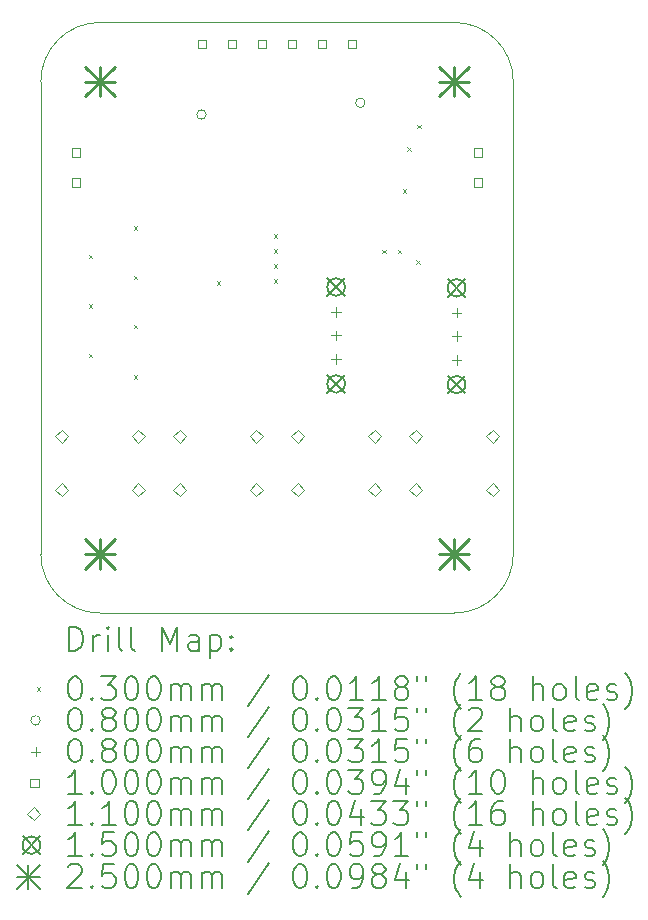
<source format=gbr>
%TF.GenerationSoftware,KiCad,Pcbnew,7.0.1-3b83917a11~172~ubuntu22.04.1*%
%TF.CreationDate,2023-04-08T08:11:43-03:00*%
%TF.ProjectId,button-debouncer,62757474-6f6e-42d6-9465-626f756e6365,rev?*%
%TF.SameCoordinates,Original*%
%TF.FileFunction,Drillmap*%
%TF.FilePolarity,Positive*%
%FSLAX45Y45*%
G04 Gerber Fmt 4.5, Leading zero omitted, Abs format (unit mm)*
G04 Created by KiCad (PCBNEW 7.0.1-3b83917a11~172~ubuntu22.04.1) date 2023-04-08 08:11:43*
%MOMM*%
%LPD*%
G01*
G04 APERTURE LIST*
%ADD10C,0.100000*%
%ADD11C,0.200000*%
%ADD12C,0.030000*%
%ADD13C,0.080000*%
%ADD14C,0.110000*%
%ADD15C,0.150000*%
%ADD16C,0.250000*%
G04 APERTURE END LIST*
D10*
X14000000Y-9500000D02*
X14000000Y-5500000D01*
X13500000Y-10000000D02*
G75*
G03*
X14000000Y-9500000I0J500000D01*
G01*
X14000000Y-5500000D02*
G75*
G03*
X13500000Y-5000000I-500000J0D01*
G01*
X10000000Y-9500000D02*
G75*
G03*
X10500000Y-10000000I500000J0D01*
G01*
X10000000Y-5500000D02*
X10000000Y-9500000D01*
X10500000Y-5000000D02*
G75*
G03*
X10000000Y-5500000I0J-500000D01*
G01*
X10500000Y-10000000D02*
X13500000Y-10000000D01*
X13500000Y-5000000D02*
X10500000Y-5000000D01*
D11*
D12*
X10405000Y-6965000D02*
X10435000Y-6995000D01*
X10435000Y-6965000D02*
X10405000Y-6995000D01*
X10405000Y-7385000D02*
X10435000Y-7415000D01*
X10435000Y-7385000D02*
X10405000Y-7415000D01*
X10405000Y-7805000D02*
X10435000Y-7835000D01*
X10435000Y-7805000D02*
X10405000Y-7835000D01*
X10785000Y-6725000D02*
X10815000Y-6755000D01*
X10815000Y-6725000D02*
X10785000Y-6755000D01*
X10785000Y-7145000D02*
X10815000Y-7175000D01*
X10815000Y-7145000D02*
X10785000Y-7175000D01*
X10785000Y-7558333D02*
X10815000Y-7588333D01*
X10815000Y-7558333D02*
X10785000Y-7588333D01*
X10785000Y-7988000D02*
X10815000Y-8018000D01*
X10815000Y-7988000D02*
X10785000Y-8018000D01*
X11490000Y-7190000D02*
X11520000Y-7220000D01*
X11520000Y-7190000D02*
X11490000Y-7220000D01*
X11970000Y-6792000D02*
X12000000Y-6822000D01*
X12000000Y-6792000D02*
X11970000Y-6822000D01*
X11970000Y-6919000D02*
X12000000Y-6949000D01*
X12000000Y-6919000D02*
X11970000Y-6949000D01*
X11970000Y-7045000D02*
X12000000Y-7075000D01*
X12000000Y-7045000D02*
X11970000Y-7075000D01*
X11970000Y-7173000D02*
X12000000Y-7203000D01*
X12000000Y-7173000D02*
X11970000Y-7203000D01*
X12890000Y-6925000D02*
X12920000Y-6955000D01*
X12920000Y-6925000D02*
X12890000Y-6955000D01*
X13020000Y-6925000D02*
X13050000Y-6955000D01*
X13050000Y-6925000D02*
X13020000Y-6955000D01*
X13065000Y-6410000D02*
X13095000Y-6440000D01*
X13095000Y-6410000D02*
X13065000Y-6440000D01*
X13100000Y-6055000D02*
X13130000Y-6085000D01*
X13130000Y-6055000D02*
X13100000Y-6085000D01*
X13180000Y-7015000D02*
X13210000Y-7045000D01*
X13210000Y-7015000D02*
X13180000Y-7045000D01*
X13188775Y-5866225D02*
X13218775Y-5896225D01*
X13218775Y-5866225D02*
X13188775Y-5896225D01*
D13*
X11400000Y-5780000D02*
G75*
G03*
X11400000Y-5780000I-40000J0D01*
G01*
X12745000Y-5680000D02*
G75*
G03*
X12745000Y-5680000I-40000J0D01*
G01*
X12500000Y-7410000D02*
X12500000Y-7490000D01*
X12460000Y-7450000D02*
X12540000Y-7450000D01*
X12500000Y-7610000D02*
X12500000Y-7690000D01*
X12460000Y-7650000D02*
X12540000Y-7650000D01*
X12500000Y-7810000D02*
X12500000Y-7890000D01*
X12460000Y-7850000D02*
X12540000Y-7850000D01*
X13520000Y-7416400D02*
X13520000Y-7496400D01*
X13480000Y-7456400D02*
X13560000Y-7456400D01*
X13520000Y-7616400D02*
X13520000Y-7696400D01*
X13480000Y-7656400D02*
X13560000Y-7656400D01*
X13520000Y-7816400D02*
X13520000Y-7896400D01*
X13480000Y-7856400D02*
X13560000Y-7856400D01*
D10*
X10335356Y-6135356D02*
X10335356Y-6064644D01*
X10264644Y-6064644D01*
X10264644Y-6135356D01*
X10335356Y-6135356D01*
X10335356Y-6389356D02*
X10335356Y-6318644D01*
X10264644Y-6318644D01*
X10264644Y-6389356D01*
X10335356Y-6389356D01*
X11401356Y-5215356D02*
X11401356Y-5144644D01*
X11330644Y-5144644D01*
X11330644Y-5215356D01*
X11401356Y-5215356D01*
X11655356Y-5215356D02*
X11655356Y-5144644D01*
X11584644Y-5144644D01*
X11584644Y-5215356D01*
X11655356Y-5215356D01*
X11909356Y-5215356D02*
X11909356Y-5144644D01*
X11838644Y-5144644D01*
X11838644Y-5215356D01*
X11909356Y-5215356D01*
X12163356Y-5215356D02*
X12163356Y-5144644D01*
X12092644Y-5144644D01*
X12092644Y-5215356D01*
X12163356Y-5215356D01*
X12417356Y-5215356D02*
X12417356Y-5144644D01*
X12346644Y-5144644D01*
X12346644Y-5215356D01*
X12417356Y-5215356D01*
X12671356Y-5215356D02*
X12671356Y-5144644D01*
X12600644Y-5144644D01*
X12600644Y-5215356D01*
X12671356Y-5215356D01*
X13735356Y-6135356D02*
X13735356Y-6064644D01*
X13664644Y-6064644D01*
X13664644Y-6135356D01*
X13735356Y-6135356D01*
X13735356Y-6389356D02*
X13735356Y-6318644D01*
X13664644Y-6318644D01*
X13664644Y-6389356D01*
X13735356Y-6389356D01*
D14*
X10175000Y-8560000D02*
X10230000Y-8505000D01*
X10175000Y-8450000D01*
X10120000Y-8505000D01*
X10175000Y-8560000D01*
X10175000Y-9010000D02*
X10230000Y-8955000D01*
X10175000Y-8900000D01*
X10120000Y-8955000D01*
X10175000Y-9010000D01*
X10825000Y-8560000D02*
X10880000Y-8505000D01*
X10825000Y-8450000D01*
X10770000Y-8505000D01*
X10825000Y-8560000D01*
X10825000Y-9010000D02*
X10880000Y-8955000D01*
X10825000Y-8900000D01*
X10770000Y-8955000D01*
X10825000Y-9010000D01*
X11175000Y-8560000D02*
X11230000Y-8505000D01*
X11175000Y-8450000D01*
X11120000Y-8505000D01*
X11175000Y-8560000D01*
X11175000Y-9010000D02*
X11230000Y-8955000D01*
X11175000Y-8900000D01*
X11120000Y-8955000D01*
X11175000Y-9010000D01*
X11825000Y-8560000D02*
X11880000Y-8505000D01*
X11825000Y-8450000D01*
X11770000Y-8505000D01*
X11825000Y-8560000D01*
X11825000Y-9010000D02*
X11880000Y-8955000D01*
X11825000Y-8900000D01*
X11770000Y-8955000D01*
X11825000Y-9010000D01*
X12175000Y-8560000D02*
X12230000Y-8505000D01*
X12175000Y-8450000D01*
X12120000Y-8505000D01*
X12175000Y-8560000D01*
X12175000Y-9010000D02*
X12230000Y-8955000D01*
X12175000Y-8900000D01*
X12120000Y-8955000D01*
X12175000Y-9010000D01*
X12825000Y-8560000D02*
X12880000Y-8505000D01*
X12825000Y-8450000D01*
X12770000Y-8505000D01*
X12825000Y-8560000D01*
X12825000Y-9010000D02*
X12880000Y-8955000D01*
X12825000Y-8900000D01*
X12770000Y-8955000D01*
X12825000Y-9010000D01*
X13175000Y-8560000D02*
X13230000Y-8505000D01*
X13175000Y-8450000D01*
X13120000Y-8505000D01*
X13175000Y-8560000D01*
X13175000Y-9010000D02*
X13230000Y-8955000D01*
X13175000Y-8900000D01*
X13120000Y-8955000D01*
X13175000Y-9010000D01*
X13825000Y-8560000D02*
X13880000Y-8505000D01*
X13825000Y-8450000D01*
X13770000Y-8505000D01*
X13825000Y-8560000D01*
X13825000Y-9010000D02*
X13880000Y-8955000D01*
X13825000Y-8900000D01*
X13770000Y-8955000D01*
X13825000Y-9010000D01*
D15*
X12425000Y-7165000D02*
X12575000Y-7315000D01*
X12575000Y-7165000D02*
X12425000Y-7315000D01*
X12575000Y-7240000D02*
G75*
G03*
X12575000Y-7240000I-75000J0D01*
G01*
X12425000Y-7985000D02*
X12575000Y-8135000D01*
X12575000Y-7985000D02*
X12425000Y-8135000D01*
X12575000Y-8060000D02*
G75*
G03*
X12575000Y-8060000I-75000J0D01*
G01*
X13445000Y-7171400D02*
X13595000Y-7321400D01*
X13595000Y-7171400D02*
X13445000Y-7321400D01*
X13595000Y-7246400D02*
G75*
G03*
X13595000Y-7246400I-75000J0D01*
G01*
X13445000Y-7991400D02*
X13595000Y-8141400D01*
X13595000Y-7991400D02*
X13445000Y-8141400D01*
X13595000Y-8066400D02*
G75*
G03*
X13595000Y-8066400I-75000J0D01*
G01*
D16*
X10375000Y-5375000D02*
X10625000Y-5625000D01*
X10625000Y-5375000D02*
X10375000Y-5625000D01*
X10500000Y-5375000D02*
X10500000Y-5625000D01*
X10375000Y-5500000D02*
X10625000Y-5500000D01*
X10375000Y-9375000D02*
X10625000Y-9625000D01*
X10625000Y-9375000D02*
X10375000Y-9625000D01*
X10500000Y-9375000D02*
X10500000Y-9625000D01*
X10375000Y-9500000D02*
X10625000Y-9500000D01*
X13375000Y-5375000D02*
X13625000Y-5625000D01*
X13625000Y-5375000D02*
X13375000Y-5625000D01*
X13500000Y-5375000D02*
X13500000Y-5625000D01*
X13375000Y-5500000D02*
X13625000Y-5500000D01*
X13375000Y-9375000D02*
X13625000Y-9625000D01*
X13625000Y-9375000D02*
X13375000Y-9625000D01*
X13500000Y-9375000D02*
X13500000Y-9625000D01*
X13375000Y-9500000D02*
X13625000Y-9500000D01*
D11*
X10242619Y-10317524D02*
X10242619Y-10117524D01*
X10242619Y-10117524D02*
X10290238Y-10117524D01*
X10290238Y-10117524D02*
X10318810Y-10127048D01*
X10318810Y-10127048D02*
X10337857Y-10146095D01*
X10337857Y-10146095D02*
X10347381Y-10165143D01*
X10347381Y-10165143D02*
X10356905Y-10203238D01*
X10356905Y-10203238D02*
X10356905Y-10231810D01*
X10356905Y-10231810D02*
X10347381Y-10269905D01*
X10347381Y-10269905D02*
X10337857Y-10288952D01*
X10337857Y-10288952D02*
X10318810Y-10308000D01*
X10318810Y-10308000D02*
X10290238Y-10317524D01*
X10290238Y-10317524D02*
X10242619Y-10317524D01*
X10442619Y-10317524D02*
X10442619Y-10184190D01*
X10442619Y-10222286D02*
X10452143Y-10203238D01*
X10452143Y-10203238D02*
X10461667Y-10193714D01*
X10461667Y-10193714D02*
X10480714Y-10184190D01*
X10480714Y-10184190D02*
X10499762Y-10184190D01*
X10566429Y-10317524D02*
X10566429Y-10184190D01*
X10566429Y-10117524D02*
X10556905Y-10127048D01*
X10556905Y-10127048D02*
X10566429Y-10136571D01*
X10566429Y-10136571D02*
X10575952Y-10127048D01*
X10575952Y-10127048D02*
X10566429Y-10117524D01*
X10566429Y-10117524D02*
X10566429Y-10136571D01*
X10690238Y-10317524D02*
X10671190Y-10308000D01*
X10671190Y-10308000D02*
X10661667Y-10288952D01*
X10661667Y-10288952D02*
X10661667Y-10117524D01*
X10795000Y-10317524D02*
X10775952Y-10308000D01*
X10775952Y-10308000D02*
X10766429Y-10288952D01*
X10766429Y-10288952D02*
X10766429Y-10117524D01*
X11023571Y-10317524D02*
X11023571Y-10117524D01*
X11023571Y-10117524D02*
X11090238Y-10260381D01*
X11090238Y-10260381D02*
X11156905Y-10117524D01*
X11156905Y-10117524D02*
X11156905Y-10317524D01*
X11337857Y-10317524D02*
X11337857Y-10212762D01*
X11337857Y-10212762D02*
X11328333Y-10193714D01*
X11328333Y-10193714D02*
X11309286Y-10184190D01*
X11309286Y-10184190D02*
X11271190Y-10184190D01*
X11271190Y-10184190D02*
X11252143Y-10193714D01*
X11337857Y-10308000D02*
X11318809Y-10317524D01*
X11318809Y-10317524D02*
X11271190Y-10317524D01*
X11271190Y-10317524D02*
X11252143Y-10308000D01*
X11252143Y-10308000D02*
X11242619Y-10288952D01*
X11242619Y-10288952D02*
X11242619Y-10269905D01*
X11242619Y-10269905D02*
X11252143Y-10250857D01*
X11252143Y-10250857D02*
X11271190Y-10241333D01*
X11271190Y-10241333D02*
X11318809Y-10241333D01*
X11318809Y-10241333D02*
X11337857Y-10231810D01*
X11433095Y-10184190D02*
X11433095Y-10384190D01*
X11433095Y-10193714D02*
X11452143Y-10184190D01*
X11452143Y-10184190D02*
X11490238Y-10184190D01*
X11490238Y-10184190D02*
X11509286Y-10193714D01*
X11509286Y-10193714D02*
X11518809Y-10203238D01*
X11518809Y-10203238D02*
X11528333Y-10222286D01*
X11528333Y-10222286D02*
X11528333Y-10279429D01*
X11528333Y-10279429D02*
X11518809Y-10298476D01*
X11518809Y-10298476D02*
X11509286Y-10308000D01*
X11509286Y-10308000D02*
X11490238Y-10317524D01*
X11490238Y-10317524D02*
X11452143Y-10317524D01*
X11452143Y-10317524D02*
X11433095Y-10308000D01*
X11614048Y-10298476D02*
X11623571Y-10308000D01*
X11623571Y-10308000D02*
X11614048Y-10317524D01*
X11614048Y-10317524D02*
X11604524Y-10308000D01*
X11604524Y-10308000D02*
X11614048Y-10298476D01*
X11614048Y-10298476D02*
X11614048Y-10317524D01*
X11614048Y-10193714D02*
X11623571Y-10203238D01*
X11623571Y-10203238D02*
X11614048Y-10212762D01*
X11614048Y-10212762D02*
X11604524Y-10203238D01*
X11604524Y-10203238D02*
X11614048Y-10193714D01*
X11614048Y-10193714D02*
X11614048Y-10212762D01*
D12*
X9965000Y-10630000D02*
X9995000Y-10660000D01*
X9995000Y-10630000D02*
X9965000Y-10660000D01*
D11*
X10280714Y-10537524D02*
X10299762Y-10537524D01*
X10299762Y-10537524D02*
X10318810Y-10547048D01*
X10318810Y-10547048D02*
X10328333Y-10556571D01*
X10328333Y-10556571D02*
X10337857Y-10575619D01*
X10337857Y-10575619D02*
X10347381Y-10613714D01*
X10347381Y-10613714D02*
X10347381Y-10661333D01*
X10347381Y-10661333D02*
X10337857Y-10699429D01*
X10337857Y-10699429D02*
X10328333Y-10718476D01*
X10328333Y-10718476D02*
X10318810Y-10728000D01*
X10318810Y-10728000D02*
X10299762Y-10737524D01*
X10299762Y-10737524D02*
X10280714Y-10737524D01*
X10280714Y-10737524D02*
X10261667Y-10728000D01*
X10261667Y-10728000D02*
X10252143Y-10718476D01*
X10252143Y-10718476D02*
X10242619Y-10699429D01*
X10242619Y-10699429D02*
X10233095Y-10661333D01*
X10233095Y-10661333D02*
X10233095Y-10613714D01*
X10233095Y-10613714D02*
X10242619Y-10575619D01*
X10242619Y-10575619D02*
X10252143Y-10556571D01*
X10252143Y-10556571D02*
X10261667Y-10547048D01*
X10261667Y-10547048D02*
X10280714Y-10537524D01*
X10433095Y-10718476D02*
X10442619Y-10728000D01*
X10442619Y-10728000D02*
X10433095Y-10737524D01*
X10433095Y-10737524D02*
X10423571Y-10728000D01*
X10423571Y-10728000D02*
X10433095Y-10718476D01*
X10433095Y-10718476D02*
X10433095Y-10737524D01*
X10509286Y-10537524D02*
X10633095Y-10537524D01*
X10633095Y-10537524D02*
X10566429Y-10613714D01*
X10566429Y-10613714D02*
X10595000Y-10613714D01*
X10595000Y-10613714D02*
X10614048Y-10623238D01*
X10614048Y-10623238D02*
X10623571Y-10632762D01*
X10623571Y-10632762D02*
X10633095Y-10651810D01*
X10633095Y-10651810D02*
X10633095Y-10699429D01*
X10633095Y-10699429D02*
X10623571Y-10718476D01*
X10623571Y-10718476D02*
X10614048Y-10728000D01*
X10614048Y-10728000D02*
X10595000Y-10737524D01*
X10595000Y-10737524D02*
X10537857Y-10737524D01*
X10537857Y-10737524D02*
X10518810Y-10728000D01*
X10518810Y-10728000D02*
X10509286Y-10718476D01*
X10756905Y-10537524D02*
X10775952Y-10537524D01*
X10775952Y-10537524D02*
X10795000Y-10547048D01*
X10795000Y-10547048D02*
X10804524Y-10556571D01*
X10804524Y-10556571D02*
X10814048Y-10575619D01*
X10814048Y-10575619D02*
X10823571Y-10613714D01*
X10823571Y-10613714D02*
X10823571Y-10661333D01*
X10823571Y-10661333D02*
X10814048Y-10699429D01*
X10814048Y-10699429D02*
X10804524Y-10718476D01*
X10804524Y-10718476D02*
X10795000Y-10728000D01*
X10795000Y-10728000D02*
X10775952Y-10737524D01*
X10775952Y-10737524D02*
X10756905Y-10737524D01*
X10756905Y-10737524D02*
X10737857Y-10728000D01*
X10737857Y-10728000D02*
X10728333Y-10718476D01*
X10728333Y-10718476D02*
X10718810Y-10699429D01*
X10718810Y-10699429D02*
X10709286Y-10661333D01*
X10709286Y-10661333D02*
X10709286Y-10613714D01*
X10709286Y-10613714D02*
X10718810Y-10575619D01*
X10718810Y-10575619D02*
X10728333Y-10556571D01*
X10728333Y-10556571D02*
X10737857Y-10547048D01*
X10737857Y-10547048D02*
X10756905Y-10537524D01*
X10947381Y-10537524D02*
X10966429Y-10537524D01*
X10966429Y-10537524D02*
X10985476Y-10547048D01*
X10985476Y-10547048D02*
X10995000Y-10556571D01*
X10995000Y-10556571D02*
X11004524Y-10575619D01*
X11004524Y-10575619D02*
X11014048Y-10613714D01*
X11014048Y-10613714D02*
X11014048Y-10661333D01*
X11014048Y-10661333D02*
X11004524Y-10699429D01*
X11004524Y-10699429D02*
X10995000Y-10718476D01*
X10995000Y-10718476D02*
X10985476Y-10728000D01*
X10985476Y-10728000D02*
X10966429Y-10737524D01*
X10966429Y-10737524D02*
X10947381Y-10737524D01*
X10947381Y-10737524D02*
X10928333Y-10728000D01*
X10928333Y-10728000D02*
X10918810Y-10718476D01*
X10918810Y-10718476D02*
X10909286Y-10699429D01*
X10909286Y-10699429D02*
X10899762Y-10661333D01*
X10899762Y-10661333D02*
X10899762Y-10613714D01*
X10899762Y-10613714D02*
X10909286Y-10575619D01*
X10909286Y-10575619D02*
X10918810Y-10556571D01*
X10918810Y-10556571D02*
X10928333Y-10547048D01*
X10928333Y-10547048D02*
X10947381Y-10537524D01*
X11099762Y-10737524D02*
X11099762Y-10604190D01*
X11099762Y-10623238D02*
X11109286Y-10613714D01*
X11109286Y-10613714D02*
X11128333Y-10604190D01*
X11128333Y-10604190D02*
X11156905Y-10604190D01*
X11156905Y-10604190D02*
X11175952Y-10613714D01*
X11175952Y-10613714D02*
X11185476Y-10632762D01*
X11185476Y-10632762D02*
X11185476Y-10737524D01*
X11185476Y-10632762D02*
X11195000Y-10613714D01*
X11195000Y-10613714D02*
X11214048Y-10604190D01*
X11214048Y-10604190D02*
X11242619Y-10604190D01*
X11242619Y-10604190D02*
X11261667Y-10613714D01*
X11261667Y-10613714D02*
X11271190Y-10632762D01*
X11271190Y-10632762D02*
X11271190Y-10737524D01*
X11366429Y-10737524D02*
X11366429Y-10604190D01*
X11366429Y-10623238D02*
X11375952Y-10613714D01*
X11375952Y-10613714D02*
X11395000Y-10604190D01*
X11395000Y-10604190D02*
X11423571Y-10604190D01*
X11423571Y-10604190D02*
X11442619Y-10613714D01*
X11442619Y-10613714D02*
X11452143Y-10632762D01*
X11452143Y-10632762D02*
X11452143Y-10737524D01*
X11452143Y-10632762D02*
X11461667Y-10613714D01*
X11461667Y-10613714D02*
X11480714Y-10604190D01*
X11480714Y-10604190D02*
X11509286Y-10604190D01*
X11509286Y-10604190D02*
X11528333Y-10613714D01*
X11528333Y-10613714D02*
X11537857Y-10632762D01*
X11537857Y-10632762D02*
X11537857Y-10737524D01*
X11928333Y-10528000D02*
X11756905Y-10785143D01*
X12185476Y-10537524D02*
X12204524Y-10537524D01*
X12204524Y-10537524D02*
X12223572Y-10547048D01*
X12223572Y-10547048D02*
X12233095Y-10556571D01*
X12233095Y-10556571D02*
X12242619Y-10575619D01*
X12242619Y-10575619D02*
X12252143Y-10613714D01*
X12252143Y-10613714D02*
X12252143Y-10661333D01*
X12252143Y-10661333D02*
X12242619Y-10699429D01*
X12242619Y-10699429D02*
X12233095Y-10718476D01*
X12233095Y-10718476D02*
X12223572Y-10728000D01*
X12223572Y-10728000D02*
X12204524Y-10737524D01*
X12204524Y-10737524D02*
X12185476Y-10737524D01*
X12185476Y-10737524D02*
X12166429Y-10728000D01*
X12166429Y-10728000D02*
X12156905Y-10718476D01*
X12156905Y-10718476D02*
X12147381Y-10699429D01*
X12147381Y-10699429D02*
X12137857Y-10661333D01*
X12137857Y-10661333D02*
X12137857Y-10613714D01*
X12137857Y-10613714D02*
X12147381Y-10575619D01*
X12147381Y-10575619D02*
X12156905Y-10556571D01*
X12156905Y-10556571D02*
X12166429Y-10547048D01*
X12166429Y-10547048D02*
X12185476Y-10537524D01*
X12337857Y-10718476D02*
X12347381Y-10728000D01*
X12347381Y-10728000D02*
X12337857Y-10737524D01*
X12337857Y-10737524D02*
X12328333Y-10728000D01*
X12328333Y-10728000D02*
X12337857Y-10718476D01*
X12337857Y-10718476D02*
X12337857Y-10737524D01*
X12471191Y-10537524D02*
X12490238Y-10537524D01*
X12490238Y-10537524D02*
X12509286Y-10547048D01*
X12509286Y-10547048D02*
X12518810Y-10556571D01*
X12518810Y-10556571D02*
X12528333Y-10575619D01*
X12528333Y-10575619D02*
X12537857Y-10613714D01*
X12537857Y-10613714D02*
X12537857Y-10661333D01*
X12537857Y-10661333D02*
X12528333Y-10699429D01*
X12528333Y-10699429D02*
X12518810Y-10718476D01*
X12518810Y-10718476D02*
X12509286Y-10728000D01*
X12509286Y-10728000D02*
X12490238Y-10737524D01*
X12490238Y-10737524D02*
X12471191Y-10737524D01*
X12471191Y-10737524D02*
X12452143Y-10728000D01*
X12452143Y-10728000D02*
X12442619Y-10718476D01*
X12442619Y-10718476D02*
X12433095Y-10699429D01*
X12433095Y-10699429D02*
X12423572Y-10661333D01*
X12423572Y-10661333D02*
X12423572Y-10613714D01*
X12423572Y-10613714D02*
X12433095Y-10575619D01*
X12433095Y-10575619D02*
X12442619Y-10556571D01*
X12442619Y-10556571D02*
X12452143Y-10547048D01*
X12452143Y-10547048D02*
X12471191Y-10537524D01*
X12728333Y-10737524D02*
X12614048Y-10737524D01*
X12671191Y-10737524D02*
X12671191Y-10537524D01*
X12671191Y-10537524D02*
X12652143Y-10566095D01*
X12652143Y-10566095D02*
X12633095Y-10585143D01*
X12633095Y-10585143D02*
X12614048Y-10594667D01*
X12918810Y-10737524D02*
X12804524Y-10737524D01*
X12861667Y-10737524D02*
X12861667Y-10537524D01*
X12861667Y-10537524D02*
X12842619Y-10566095D01*
X12842619Y-10566095D02*
X12823572Y-10585143D01*
X12823572Y-10585143D02*
X12804524Y-10594667D01*
X13033095Y-10623238D02*
X13014048Y-10613714D01*
X13014048Y-10613714D02*
X13004524Y-10604190D01*
X13004524Y-10604190D02*
X12995000Y-10585143D01*
X12995000Y-10585143D02*
X12995000Y-10575619D01*
X12995000Y-10575619D02*
X13004524Y-10556571D01*
X13004524Y-10556571D02*
X13014048Y-10547048D01*
X13014048Y-10547048D02*
X13033095Y-10537524D01*
X13033095Y-10537524D02*
X13071191Y-10537524D01*
X13071191Y-10537524D02*
X13090238Y-10547048D01*
X13090238Y-10547048D02*
X13099762Y-10556571D01*
X13099762Y-10556571D02*
X13109286Y-10575619D01*
X13109286Y-10575619D02*
X13109286Y-10585143D01*
X13109286Y-10585143D02*
X13099762Y-10604190D01*
X13099762Y-10604190D02*
X13090238Y-10613714D01*
X13090238Y-10613714D02*
X13071191Y-10623238D01*
X13071191Y-10623238D02*
X13033095Y-10623238D01*
X13033095Y-10623238D02*
X13014048Y-10632762D01*
X13014048Y-10632762D02*
X13004524Y-10642286D01*
X13004524Y-10642286D02*
X12995000Y-10661333D01*
X12995000Y-10661333D02*
X12995000Y-10699429D01*
X12995000Y-10699429D02*
X13004524Y-10718476D01*
X13004524Y-10718476D02*
X13014048Y-10728000D01*
X13014048Y-10728000D02*
X13033095Y-10737524D01*
X13033095Y-10737524D02*
X13071191Y-10737524D01*
X13071191Y-10737524D02*
X13090238Y-10728000D01*
X13090238Y-10728000D02*
X13099762Y-10718476D01*
X13099762Y-10718476D02*
X13109286Y-10699429D01*
X13109286Y-10699429D02*
X13109286Y-10661333D01*
X13109286Y-10661333D02*
X13099762Y-10642286D01*
X13099762Y-10642286D02*
X13090238Y-10632762D01*
X13090238Y-10632762D02*
X13071191Y-10623238D01*
X13185476Y-10537524D02*
X13185476Y-10575619D01*
X13261667Y-10537524D02*
X13261667Y-10575619D01*
X13556905Y-10813714D02*
X13547381Y-10804190D01*
X13547381Y-10804190D02*
X13528334Y-10775619D01*
X13528334Y-10775619D02*
X13518810Y-10756571D01*
X13518810Y-10756571D02*
X13509286Y-10728000D01*
X13509286Y-10728000D02*
X13499762Y-10680381D01*
X13499762Y-10680381D02*
X13499762Y-10642286D01*
X13499762Y-10642286D02*
X13509286Y-10594667D01*
X13509286Y-10594667D02*
X13518810Y-10566095D01*
X13518810Y-10566095D02*
X13528334Y-10547048D01*
X13528334Y-10547048D02*
X13547381Y-10518476D01*
X13547381Y-10518476D02*
X13556905Y-10508952D01*
X13737857Y-10737524D02*
X13623572Y-10737524D01*
X13680714Y-10737524D02*
X13680714Y-10537524D01*
X13680714Y-10537524D02*
X13661667Y-10566095D01*
X13661667Y-10566095D02*
X13642619Y-10585143D01*
X13642619Y-10585143D02*
X13623572Y-10594667D01*
X13852143Y-10623238D02*
X13833095Y-10613714D01*
X13833095Y-10613714D02*
X13823572Y-10604190D01*
X13823572Y-10604190D02*
X13814048Y-10585143D01*
X13814048Y-10585143D02*
X13814048Y-10575619D01*
X13814048Y-10575619D02*
X13823572Y-10556571D01*
X13823572Y-10556571D02*
X13833095Y-10547048D01*
X13833095Y-10547048D02*
X13852143Y-10537524D01*
X13852143Y-10537524D02*
X13890238Y-10537524D01*
X13890238Y-10537524D02*
X13909286Y-10547048D01*
X13909286Y-10547048D02*
X13918810Y-10556571D01*
X13918810Y-10556571D02*
X13928334Y-10575619D01*
X13928334Y-10575619D02*
X13928334Y-10585143D01*
X13928334Y-10585143D02*
X13918810Y-10604190D01*
X13918810Y-10604190D02*
X13909286Y-10613714D01*
X13909286Y-10613714D02*
X13890238Y-10623238D01*
X13890238Y-10623238D02*
X13852143Y-10623238D01*
X13852143Y-10623238D02*
X13833095Y-10632762D01*
X13833095Y-10632762D02*
X13823572Y-10642286D01*
X13823572Y-10642286D02*
X13814048Y-10661333D01*
X13814048Y-10661333D02*
X13814048Y-10699429D01*
X13814048Y-10699429D02*
X13823572Y-10718476D01*
X13823572Y-10718476D02*
X13833095Y-10728000D01*
X13833095Y-10728000D02*
X13852143Y-10737524D01*
X13852143Y-10737524D02*
X13890238Y-10737524D01*
X13890238Y-10737524D02*
X13909286Y-10728000D01*
X13909286Y-10728000D02*
X13918810Y-10718476D01*
X13918810Y-10718476D02*
X13928334Y-10699429D01*
X13928334Y-10699429D02*
X13928334Y-10661333D01*
X13928334Y-10661333D02*
X13918810Y-10642286D01*
X13918810Y-10642286D02*
X13909286Y-10632762D01*
X13909286Y-10632762D02*
X13890238Y-10623238D01*
X14166429Y-10737524D02*
X14166429Y-10537524D01*
X14252143Y-10737524D02*
X14252143Y-10632762D01*
X14252143Y-10632762D02*
X14242619Y-10613714D01*
X14242619Y-10613714D02*
X14223572Y-10604190D01*
X14223572Y-10604190D02*
X14195000Y-10604190D01*
X14195000Y-10604190D02*
X14175953Y-10613714D01*
X14175953Y-10613714D02*
X14166429Y-10623238D01*
X14375953Y-10737524D02*
X14356905Y-10728000D01*
X14356905Y-10728000D02*
X14347381Y-10718476D01*
X14347381Y-10718476D02*
X14337857Y-10699429D01*
X14337857Y-10699429D02*
X14337857Y-10642286D01*
X14337857Y-10642286D02*
X14347381Y-10623238D01*
X14347381Y-10623238D02*
X14356905Y-10613714D01*
X14356905Y-10613714D02*
X14375953Y-10604190D01*
X14375953Y-10604190D02*
X14404524Y-10604190D01*
X14404524Y-10604190D02*
X14423572Y-10613714D01*
X14423572Y-10613714D02*
X14433096Y-10623238D01*
X14433096Y-10623238D02*
X14442619Y-10642286D01*
X14442619Y-10642286D02*
X14442619Y-10699429D01*
X14442619Y-10699429D02*
X14433096Y-10718476D01*
X14433096Y-10718476D02*
X14423572Y-10728000D01*
X14423572Y-10728000D02*
X14404524Y-10737524D01*
X14404524Y-10737524D02*
X14375953Y-10737524D01*
X14556905Y-10737524D02*
X14537857Y-10728000D01*
X14537857Y-10728000D02*
X14528334Y-10708952D01*
X14528334Y-10708952D02*
X14528334Y-10537524D01*
X14709286Y-10728000D02*
X14690238Y-10737524D01*
X14690238Y-10737524D02*
X14652143Y-10737524D01*
X14652143Y-10737524D02*
X14633096Y-10728000D01*
X14633096Y-10728000D02*
X14623572Y-10708952D01*
X14623572Y-10708952D02*
X14623572Y-10632762D01*
X14623572Y-10632762D02*
X14633096Y-10613714D01*
X14633096Y-10613714D02*
X14652143Y-10604190D01*
X14652143Y-10604190D02*
X14690238Y-10604190D01*
X14690238Y-10604190D02*
X14709286Y-10613714D01*
X14709286Y-10613714D02*
X14718810Y-10632762D01*
X14718810Y-10632762D02*
X14718810Y-10651810D01*
X14718810Y-10651810D02*
X14623572Y-10670857D01*
X14795000Y-10728000D02*
X14814048Y-10737524D01*
X14814048Y-10737524D02*
X14852143Y-10737524D01*
X14852143Y-10737524D02*
X14871191Y-10728000D01*
X14871191Y-10728000D02*
X14880715Y-10708952D01*
X14880715Y-10708952D02*
X14880715Y-10699429D01*
X14880715Y-10699429D02*
X14871191Y-10680381D01*
X14871191Y-10680381D02*
X14852143Y-10670857D01*
X14852143Y-10670857D02*
X14823572Y-10670857D01*
X14823572Y-10670857D02*
X14804524Y-10661333D01*
X14804524Y-10661333D02*
X14795000Y-10642286D01*
X14795000Y-10642286D02*
X14795000Y-10632762D01*
X14795000Y-10632762D02*
X14804524Y-10613714D01*
X14804524Y-10613714D02*
X14823572Y-10604190D01*
X14823572Y-10604190D02*
X14852143Y-10604190D01*
X14852143Y-10604190D02*
X14871191Y-10613714D01*
X14947381Y-10813714D02*
X14956905Y-10804190D01*
X14956905Y-10804190D02*
X14975953Y-10775619D01*
X14975953Y-10775619D02*
X14985477Y-10756571D01*
X14985477Y-10756571D02*
X14995000Y-10728000D01*
X14995000Y-10728000D02*
X15004524Y-10680381D01*
X15004524Y-10680381D02*
X15004524Y-10642286D01*
X15004524Y-10642286D02*
X14995000Y-10594667D01*
X14995000Y-10594667D02*
X14985477Y-10566095D01*
X14985477Y-10566095D02*
X14975953Y-10547048D01*
X14975953Y-10547048D02*
X14956905Y-10518476D01*
X14956905Y-10518476D02*
X14947381Y-10508952D01*
D13*
X9995000Y-10909000D02*
G75*
G03*
X9995000Y-10909000I-40000J0D01*
G01*
D11*
X10280714Y-10801524D02*
X10299762Y-10801524D01*
X10299762Y-10801524D02*
X10318810Y-10811048D01*
X10318810Y-10811048D02*
X10328333Y-10820571D01*
X10328333Y-10820571D02*
X10337857Y-10839619D01*
X10337857Y-10839619D02*
X10347381Y-10877714D01*
X10347381Y-10877714D02*
X10347381Y-10925333D01*
X10347381Y-10925333D02*
X10337857Y-10963429D01*
X10337857Y-10963429D02*
X10328333Y-10982476D01*
X10328333Y-10982476D02*
X10318810Y-10992000D01*
X10318810Y-10992000D02*
X10299762Y-11001524D01*
X10299762Y-11001524D02*
X10280714Y-11001524D01*
X10280714Y-11001524D02*
X10261667Y-10992000D01*
X10261667Y-10992000D02*
X10252143Y-10982476D01*
X10252143Y-10982476D02*
X10242619Y-10963429D01*
X10242619Y-10963429D02*
X10233095Y-10925333D01*
X10233095Y-10925333D02*
X10233095Y-10877714D01*
X10233095Y-10877714D02*
X10242619Y-10839619D01*
X10242619Y-10839619D02*
X10252143Y-10820571D01*
X10252143Y-10820571D02*
X10261667Y-10811048D01*
X10261667Y-10811048D02*
X10280714Y-10801524D01*
X10433095Y-10982476D02*
X10442619Y-10992000D01*
X10442619Y-10992000D02*
X10433095Y-11001524D01*
X10433095Y-11001524D02*
X10423571Y-10992000D01*
X10423571Y-10992000D02*
X10433095Y-10982476D01*
X10433095Y-10982476D02*
X10433095Y-11001524D01*
X10556905Y-10887238D02*
X10537857Y-10877714D01*
X10537857Y-10877714D02*
X10528333Y-10868190D01*
X10528333Y-10868190D02*
X10518810Y-10849143D01*
X10518810Y-10849143D02*
X10518810Y-10839619D01*
X10518810Y-10839619D02*
X10528333Y-10820571D01*
X10528333Y-10820571D02*
X10537857Y-10811048D01*
X10537857Y-10811048D02*
X10556905Y-10801524D01*
X10556905Y-10801524D02*
X10595000Y-10801524D01*
X10595000Y-10801524D02*
X10614048Y-10811048D01*
X10614048Y-10811048D02*
X10623571Y-10820571D01*
X10623571Y-10820571D02*
X10633095Y-10839619D01*
X10633095Y-10839619D02*
X10633095Y-10849143D01*
X10633095Y-10849143D02*
X10623571Y-10868190D01*
X10623571Y-10868190D02*
X10614048Y-10877714D01*
X10614048Y-10877714D02*
X10595000Y-10887238D01*
X10595000Y-10887238D02*
X10556905Y-10887238D01*
X10556905Y-10887238D02*
X10537857Y-10896762D01*
X10537857Y-10896762D02*
X10528333Y-10906286D01*
X10528333Y-10906286D02*
X10518810Y-10925333D01*
X10518810Y-10925333D02*
X10518810Y-10963429D01*
X10518810Y-10963429D02*
X10528333Y-10982476D01*
X10528333Y-10982476D02*
X10537857Y-10992000D01*
X10537857Y-10992000D02*
X10556905Y-11001524D01*
X10556905Y-11001524D02*
X10595000Y-11001524D01*
X10595000Y-11001524D02*
X10614048Y-10992000D01*
X10614048Y-10992000D02*
X10623571Y-10982476D01*
X10623571Y-10982476D02*
X10633095Y-10963429D01*
X10633095Y-10963429D02*
X10633095Y-10925333D01*
X10633095Y-10925333D02*
X10623571Y-10906286D01*
X10623571Y-10906286D02*
X10614048Y-10896762D01*
X10614048Y-10896762D02*
X10595000Y-10887238D01*
X10756905Y-10801524D02*
X10775952Y-10801524D01*
X10775952Y-10801524D02*
X10795000Y-10811048D01*
X10795000Y-10811048D02*
X10804524Y-10820571D01*
X10804524Y-10820571D02*
X10814048Y-10839619D01*
X10814048Y-10839619D02*
X10823571Y-10877714D01*
X10823571Y-10877714D02*
X10823571Y-10925333D01*
X10823571Y-10925333D02*
X10814048Y-10963429D01*
X10814048Y-10963429D02*
X10804524Y-10982476D01*
X10804524Y-10982476D02*
X10795000Y-10992000D01*
X10795000Y-10992000D02*
X10775952Y-11001524D01*
X10775952Y-11001524D02*
X10756905Y-11001524D01*
X10756905Y-11001524D02*
X10737857Y-10992000D01*
X10737857Y-10992000D02*
X10728333Y-10982476D01*
X10728333Y-10982476D02*
X10718810Y-10963429D01*
X10718810Y-10963429D02*
X10709286Y-10925333D01*
X10709286Y-10925333D02*
X10709286Y-10877714D01*
X10709286Y-10877714D02*
X10718810Y-10839619D01*
X10718810Y-10839619D02*
X10728333Y-10820571D01*
X10728333Y-10820571D02*
X10737857Y-10811048D01*
X10737857Y-10811048D02*
X10756905Y-10801524D01*
X10947381Y-10801524D02*
X10966429Y-10801524D01*
X10966429Y-10801524D02*
X10985476Y-10811048D01*
X10985476Y-10811048D02*
X10995000Y-10820571D01*
X10995000Y-10820571D02*
X11004524Y-10839619D01*
X11004524Y-10839619D02*
X11014048Y-10877714D01*
X11014048Y-10877714D02*
X11014048Y-10925333D01*
X11014048Y-10925333D02*
X11004524Y-10963429D01*
X11004524Y-10963429D02*
X10995000Y-10982476D01*
X10995000Y-10982476D02*
X10985476Y-10992000D01*
X10985476Y-10992000D02*
X10966429Y-11001524D01*
X10966429Y-11001524D02*
X10947381Y-11001524D01*
X10947381Y-11001524D02*
X10928333Y-10992000D01*
X10928333Y-10992000D02*
X10918810Y-10982476D01*
X10918810Y-10982476D02*
X10909286Y-10963429D01*
X10909286Y-10963429D02*
X10899762Y-10925333D01*
X10899762Y-10925333D02*
X10899762Y-10877714D01*
X10899762Y-10877714D02*
X10909286Y-10839619D01*
X10909286Y-10839619D02*
X10918810Y-10820571D01*
X10918810Y-10820571D02*
X10928333Y-10811048D01*
X10928333Y-10811048D02*
X10947381Y-10801524D01*
X11099762Y-11001524D02*
X11099762Y-10868190D01*
X11099762Y-10887238D02*
X11109286Y-10877714D01*
X11109286Y-10877714D02*
X11128333Y-10868190D01*
X11128333Y-10868190D02*
X11156905Y-10868190D01*
X11156905Y-10868190D02*
X11175952Y-10877714D01*
X11175952Y-10877714D02*
X11185476Y-10896762D01*
X11185476Y-10896762D02*
X11185476Y-11001524D01*
X11185476Y-10896762D02*
X11195000Y-10877714D01*
X11195000Y-10877714D02*
X11214048Y-10868190D01*
X11214048Y-10868190D02*
X11242619Y-10868190D01*
X11242619Y-10868190D02*
X11261667Y-10877714D01*
X11261667Y-10877714D02*
X11271190Y-10896762D01*
X11271190Y-10896762D02*
X11271190Y-11001524D01*
X11366429Y-11001524D02*
X11366429Y-10868190D01*
X11366429Y-10887238D02*
X11375952Y-10877714D01*
X11375952Y-10877714D02*
X11395000Y-10868190D01*
X11395000Y-10868190D02*
X11423571Y-10868190D01*
X11423571Y-10868190D02*
X11442619Y-10877714D01*
X11442619Y-10877714D02*
X11452143Y-10896762D01*
X11452143Y-10896762D02*
X11452143Y-11001524D01*
X11452143Y-10896762D02*
X11461667Y-10877714D01*
X11461667Y-10877714D02*
X11480714Y-10868190D01*
X11480714Y-10868190D02*
X11509286Y-10868190D01*
X11509286Y-10868190D02*
X11528333Y-10877714D01*
X11528333Y-10877714D02*
X11537857Y-10896762D01*
X11537857Y-10896762D02*
X11537857Y-11001524D01*
X11928333Y-10792000D02*
X11756905Y-11049143D01*
X12185476Y-10801524D02*
X12204524Y-10801524D01*
X12204524Y-10801524D02*
X12223572Y-10811048D01*
X12223572Y-10811048D02*
X12233095Y-10820571D01*
X12233095Y-10820571D02*
X12242619Y-10839619D01*
X12242619Y-10839619D02*
X12252143Y-10877714D01*
X12252143Y-10877714D02*
X12252143Y-10925333D01*
X12252143Y-10925333D02*
X12242619Y-10963429D01*
X12242619Y-10963429D02*
X12233095Y-10982476D01*
X12233095Y-10982476D02*
X12223572Y-10992000D01*
X12223572Y-10992000D02*
X12204524Y-11001524D01*
X12204524Y-11001524D02*
X12185476Y-11001524D01*
X12185476Y-11001524D02*
X12166429Y-10992000D01*
X12166429Y-10992000D02*
X12156905Y-10982476D01*
X12156905Y-10982476D02*
X12147381Y-10963429D01*
X12147381Y-10963429D02*
X12137857Y-10925333D01*
X12137857Y-10925333D02*
X12137857Y-10877714D01*
X12137857Y-10877714D02*
X12147381Y-10839619D01*
X12147381Y-10839619D02*
X12156905Y-10820571D01*
X12156905Y-10820571D02*
X12166429Y-10811048D01*
X12166429Y-10811048D02*
X12185476Y-10801524D01*
X12337857Y-10982476D02*
X12347381Y-10992000D01*
X12347381Y-10992000D02*
X12337857Y-11001524D01*
X12337857Y-11001524D02*
X12328333Y-10992000D01*
X12328333Y-10992000D02*
X12337857Y-10982476D01*
X12337857Y-10982476D02*
X12337857Y-11001524D01*
X12471191Y-10801524D02*
X12490238Y-10801524D01*
X12490238Y-10801524D02*
X12509286Y-10811048D01*
X12509286Y-10811048D02*
X12518810Y-10820571D01*
X12518810Y-10820571D02*
X12528333Y-10839619D01*
X12528333Y-10839619D02*
X12537857Y-10877714D01*
X12537857Y-10877714D02*
X12537857Y-10925333D01*
X12537857Y-10925333D02*
X12528333Y-10963429D01*
X12528333Y-10963429D02*
X12518810Y-10982476D01*
X12518810Y-10982476D02*
X12509286Y-10992000D01*
X12509286Y-10992000D02*
X12490238Y-11001524D01*
X12490238Y-11001524D02*
X12471191Y-11001524D01*
X12471191Y-11001524D02*
X12452143Y-10992000D01*
X12452143Y-10992000D02*
X12442619Y-10982476D01*
X12442619Y-10982476D02*
X12433095Y-10963429D01*
X12433095Y-10963429D02*
X12423572Y-10925333D01*
X12423572Y-10925333D02*
X12423572Y-10877714D01*
X12423572Y-10877714D02*
X12433095Y-10839619D01*
X12433095Y-10839619D02*
X12442619Y-10820571D01*
X12442619Y-10820571D02*
X12452143Y-10811048D01*
X12452143Y-10811048D02*
X12471191Y-10801524D01*
X12604524Y-10801524D02*
X12728333Y-10801524D01*
X12728333Y-10801524D02*
X12661667Y-10877714D01*
X12661667Y-10877714D02*
X12690238Y-10877714D01*
X12690238Y-10877714D02*
X12709286Y-10887238D01*
X12709286Y-10887238D02*
X12718810Y-10896762D01*
X12718810Y-10896762D02*
X12728333Y-10915810D01*
X12728333Y-10915810D02*
X12728333Y-10963429D01*
X12728333Y-10963429D02*
X12718810Y-10982476D01*
X12718810Y-10982476D02*
X12709286Y-10992000D01*
X12709286Y-10992000D02*
X12690238Y-11001524D01*
X12690238Y-11001524D02*
X12633095Y-11001524D01*
X12633095Y-11001524D02*
X12614048Y-10992000D01*
X12614048Y-10992000D02*
X12604524Y-10982476D01*
X12918810Y-11001524D02*
X12804524Y-11001524D01*
X12861667Y-11001524D02*
X12861667Y-10801524D01*
X12861667Y-10801524D02*
X12842619Y-10830095D01*
X12842619Y-10830095D02*
X12823572Y-10849143D01*
X12823572Y-10849143D02*
X12804524Y-10858667D01*
X13099762Y-10801524D02*
X13004524Y-10801524D01*
X13004524Y-10801524D02*
X12995000Y-10896762D01*
X12995000Y-10896762D02*
X13004524Y-10887238D01*
X13004524Y-10887238D02*
X13023572Y-10877714D01*
X13023572Y-10877714D02*
X13071191Y-10877714D01*
X13071191Y-10877714D02*
X13090238Y-10887238D01*
X13090238Y-10887238D02*
X13099762Y-10896762D01*
X13099762Y-10896762D02*
X13109286Y-10915810D01*
X13109286Y-10915810D02*
X13109286Y-10963429D01*
X13109286Y-10963429D02*
X13099762Y-10982476D01*
X13099762Y-10982476D02*
X13090238Y-10992000D01*
X13090238Y-10992000D02*
X13071191Y-11001524D01*
X13071191Y-11001524D02*
X13023572Y-11001524D01*
X13023572Y-11001524D02*
X13004524Y-10992000D01*
X13004524Y-10992000D02*
X12995000Y-10982476D01*
X13185476Y-10801524D02*
X13185476Y-10839619D01*
X13261667Y-10801524D02*
X13261667Y-10839619D01*
X13556905Y-11077714D02*
X13547381Y-11068190D01*
X13547381Y-11068190D02*
X13528334Y-11039619D01*
X13528334Y-11039619D02*
X13518810Y-11020571D01*
X13518810Y-11020571D02*
X13509286Y-10992000D01*
X13509286Y-10992000D02*
X13499762Y-10944381D01*
X13499762Y-10944381D02*
X13499762Y-10906286D01*
X13499762Y-10906286D02*
X13509286Y-10858667D01*
X13509286Y-10858667D02*
X13518810Y-10830095D01*
X13518810Y-10830095D02*
X13528334Y-10811048D01*
X13528334Y-10811048D02*
X13547381Y-10782476D01*
X13547381Y-10782476D02*
X13556905Y-10772952D01*
X13623572Y-10820571D02*
X13633095Y-10811048D01*
X13633095Y-10811048D02*
X13652143Y-10801524D01*
X13652143Y-10801524D02*
X13699762Y-10801524D01*
X13699762Y-10801524D02*
X13718810Y-10811048D01*
X13718810Y-10811048D02*
X13728334Y-10820571D01*
X13728334Y-10820571D02*
X13737857Y-10839619D01*
X13737857Y-10839619D02*
X13737857Y-10858667D01*
X13737857Y-10858667D02*
X13728334Y-10887238D01*
X13728334Y-10887238D02*
X13614048Y-11001524D01*
X13614048Y-11001524D02*
X13737857Y-11001524D01*
X13975953Y-11001524D02*
X13975953Y-10801524D01*
X14061667Y-11001524D02*
X14061667Y-10896762D01*
X14061667Y-10896762D02*
X14052143Y-10877714D01*
X14052143Y-10877714D02*
X14033096Y-10868190D01*
X14033096Y-10868190D02*
X14004524Y-10868190D01*
X14004524Y-10868190D02*
X13985476Y-10877714D01*
X13985476Y-10877714D02*
X13975953Y-10887238D01*
X14185476Y-11001524D02*
X14166429Y-10992000D01*
X14166429Y-10992000D02*
X14156905Y-10982476D01*
X14156905Y-10982476D02*
X14147381Y-10963429D01*
X14147381Y-10963429D02*
X14147381Y-10906286D01*
X14147381Y-10906286D02*
X14156905Y-10887238D01*
X14156905Y-10887238D02*
X14166429Y-10877714D01*
X14166429Y-10877714D02*
X14185476Y-10868190D01*
X14185476Y-10868190D02*
X14214048Y-10868190D01*
X14214048Y-10868190D02*
X14233096Y-10877714D01*
X14233096Y-10877714D02*
X14242619Y-10887238D01*
X14242619Y-10887238D02*
X14252143Y-10906286D01*
X14252143Y-10906286D02*
X14252143Y-10963429D01*
X14252143Y-10963429D02*
X14242619Y-10982476D01*
X14242619Y-10982476D02*
X14233096Y-10992000D01*
X14233096Y-10992000D02*
X14214048Y-11001524D01*
X14214048Y-11001524D02*
X14185476Y-11001524D01*
X14366429Y-11001524D02*
X14347381Y-10992000D01*
X14347381Y-10992000D02*
X14337857Y-10972952D01*
X14337857Y-10972952D02*
X14337857Y-10801524D01*
X14518810Y-10992000D02*
X14499762Y-11001524D01*
X14499762Y-11001524D02*
X14461667Y-11001524D01*
X14461667Y-11001524D02*
X14442619Y-10992000D01*
X14442619Y-10992000D02*
X14433096Y-10972952D01*
X14433096Y-10972952D02*
X14433096Y-10896762D01*
X14433096Y-10896762D02*
X14442619Y-10877714D01*
X14442619Y-10877714D02*
X14461667Y-10868190D01*
X14461667Y-10868190D02*
X14499762Y-10868190D01*
X14499762Y-10868190D02*
X14518810Y-10877714D01*
X14518810Y-10877714D02*
X14528334Y-10896762D01*
X14528334Y-10896762D02*
X14528334Y-10915810D01*
X14528334Y-10915810D02*
X14433096Y-10934857D01*
X14604524Y-10992000D02*
X14623572Y-11001524D01*
X14623572Y-11001524D02*
X14661667Y-11001524D01*
X14661667Y-11001524D02*
X14680715Y-10992000D01*
X14680715Y-10992000D02*
X14690238Y-10972952D01*
X14690238Y-10972952D02*
X14690238Y-10963429D01*
X14690238Y-10963429D02*
X14680715Y-10944381D01*
X14680715Y-10944381D02*
X14661667Y-10934857D01*
X14661667Y-10934857D02*
X14633096Y-10934857D01*
X14633096Y-10934857D02*
X14614048Y-10925333D01*
X14614048Y-10925333D02*
X14604524Y-10906286D01*
X14604524Y-10906286D02*
X14604524Y-10896762D01*
X14604524Y-10896762D02*
X14614048Y-10877714D01*
X14614048Y-10877714D02*
X14633096Y-10868190D01*
X14633096Y-10868190D02*
X14661667Y-10868190D01*
X14661667Y-10868190D02*
X14680715Y-10877714D01*
X14756905Y-11077714D02*
X14766429Y-11068190D01*
X14766429Y-11068190D02*
X14785477Y-11039619D01*
X14785477Y-11039619D02*
X14795000Y-11020571D01*
X14795000Y-11020571D02*
X14804524Y-10992000D01*
X14804524Y-10992000D02*
X14814048Y-10944381D01*
X14814048Y-10944381D02*
X14814048Y-10906286D01*
X14814048Y-10906286D02*
X14804524Y-10858667D01*
X14804524Y-10858667D02*
X14795000Y-10830095D01*
X14795000Y-10830095D02*
X14785477Y-10811048D01*
X14785477Y-10811048D02*
X14766429Y-10782476D01*
X14766429Y-10782476D02*
X14756905Y-10772952D01*
D13*
X9955000Y-11133000D02*
X9955000Y-11213000D01*
X9915000Y-11173000D02*
X9995000Y-11173000D01*
D11*
X10280714Y-11065524D02*
X10299762Y-11065524D01*
X10299762Y-11065524D02*
X10318810Y-11075048D01*
X10318810Y-11075048D02*
X10328333Y-11084571D01*
X10328333Y-11084571D02*
X10337857Y-11103619D01*
X10337857Y-11103619D02*
X10347381Y-11141714D01*
X10347381Y-11141714D02*
X10347381Y-11189333D01*
X10347381Y-11189333D02*
X10337857Y-11227428D01*
X10337857Y-11227428D02*
X10328333Y-11246476D01*
X10328333Y-11246476D02*
X10318810Y-11256000D01*
X10318810Y-11256000D02*
X10299762Y-11265524D01*
X10299762Y-11265524D02*
X10280714Y-11265524D01*
X10280714Y-11265524D02*
X10261667Y-11256000D01*
X10261667Y-11256000D02*
X10252143Y-11246476D01*
X10252143Y-11246476D02*
X10242619Y-11227428D01*
X10242619Y-11227428D02*
X10233095Y-11189333D01*
X10233095Y-11189333D02*
X10233095Y-11141714D01*
X10233095Y-11141714D02*
X10242619Y-11103619D01*
X10242619Y-11103619D02*
X10252143Y-11084571D01*
X10252143Y-11084571D02*
X10261667Y-11075048D01*
X10261667Y-11075048D02*
X10280714Y-11065524D01*
X10433095Y-11246476D02*
X10442619Y-11256000D01*
X10442619Y-11256000D02*
X10433095Y-11265524D01*
X10433095Y-11265524D02*
X10423571Y-11256000D01*
X10423571Y-11256000D02*
X10433095Y-11246476D01*
X10433095Y-11246476D02*
X10433095Y-11265524D01*
X10556905Y-11151238D02*
X10537857Y-11141714D01*
X10537857Y-11141714D02*
X10528333Y-11132190D01*
X10528333Y-11132190D02*
X10518810Y-11113143D01*
X10518810Y-11113143D02*
X10518810Y-11103619D01*
X10518810Y-11103619D02*
X10528333Y-11084571D01*
X10528333Y-11084571D02*
X10537857Y-11075048D01*
X10537857Y-11075048D02*
X10556905Y-11065524D01*
X10556905Y-11065524D02*
X10595000Y-11065524D01*
X10595000Y-11065524D02*
X10614048Y-11075048D01*
X10614048Y-11075048D02*
X10623571Y-11084571D01*
X10623571Y-11084571D02*
X10633095Y-11103619D01*
X10633095Y-11103619D02*
X10633095Y-11113143D01*
X10633095Y-11113143D02*
X10623571Y-11132190D01*
X10623571Y-11132190D02*
X10614048Y-11141714D01*
X10614048Y-11141714D02*
X10595000Y-11151238D01*
X10595000Y-11151238D02*
X10556905Y-11151238D01*
X10556905Y-11151238D02*
X10537857Y-11160762D01*
X10537857Y-11160762D02*
X10528333Y-11170286D01*
X10528333Y-11170286D02*
X10518810Y-11189333D01*
X10518810Y-11189333D02*
X10518810Y-11227428D01*
X10518810Y-11227428D02*
X10528333Y-11246476D01*
X10528333Y-11246476D02*
X10537857Y-11256000D01*
X10537857Y-11256000D02*
X10556905Y-11265524D01*
X10556905Y-11265524D02*
X10595000Y-11265524D01*
X10595000Y-11265524D02*
X10614048Y-11256000D01*
X10614048Y-11256000D02*
X10623571Y-11246476D01*
X10623571Y-11246476D02*
X10633095Y-11227428D01*
X10633095Y-11227428D02*
X10633095Y-11189333D01*
X10633095Y-11189333D02*
X10623571Y-11170286D01*
X10623571Y-11170286D02*
X10614048Y-11160762D01*
X10614048Y-11160762D02*
X10595000Y-11151238D01*
X10756905Y-11065524D02*
X10775952Y-11065524D01*
X10775952Y-11065524D02*
X10795000Y-11075048D01*
X10795000Y-11075048D02*
X10804524Y-11084571D01*
X10804524Y-11084571D02*
X10814048Y-11103619D01*
X10814048Y-11103619D02*
X10823571Y-11141714D01*
X10823571Y-11141714D02*
X10823571Y-11189333D01*
X10823571Y-11189333D02*
X10814048Y-11227428D01*
X10814048Y-11227428D02*
X10804524Y-11246476D01*
X10804524Y-11246476D02*
X10795000Y-11256000D01*
X10795000Y-11256000D02*
X10775952Y-11265524D01*
X10775952Y-11265524D02*
X10756905Y-11265524D01*
X10756905Y-11265524D02*
X10737857Y-11256000D01*
X10737857Y-11256000D02*
X10728333Y-11246476D01*
X10728333Y-11246476D02*
X10718810Y-11227428D01*
X10718810Y-11227428D02*
X10709286Y-11189333D01*
X10709286Y-11189333D02*
X10709286Y-11141714D01*
X10709286Y-11141714D02*
X10718810Y-11103619D01*
X10718810Y-11103619D02*
X10728333Y-11084571D01*
X10728333Y-11084571D02*
X10737857Y-11075048D01*
X10737857Y-11075048D02*
X10756905Y-11065524D01*
X10947381Y-11065524D02*
X10966429Y-11065524D01*
X10966429Y-11065524D02*
X10985476Y-11075048D01*
X10985476Y-11075048D02*
X10995000Y-11084571D01*
X10995000Y-11084571D02*
X11004524Y-11103619D01*
X11004524Y-11103619D02*
X11014048Y-11141714D01*
X11014048Y-11141714D02*
X11014048Y-11189333D01*
X11014048Y-11189333D02*
X11004524Y-11227428D01*
X11004524Y-11227428D02*
X10995000Y-11246476D01*
X10995000Y-11246476D02*
X10985476Y-11256000D01*
X10985476Y-11256000D02*
X10966429Y-11265524D01*
X10966429Y-11265524D02*
X10947381Y-11265524D01*
X10947381Y-11265524D02*
X10928333Y-11256000D01*
X10928333Y-11256000D02*
X10918810Y-11246476D01*
X10918810Y-11246476D02*
X10909286Y-11227428D01*
X10909286Y-11227428D02*
X10899762Y-11189333D01*
X10899762Y-11189333D02*
X10899762Y-11141714D01*
X10899762Y-11141714D02*
X10909286Y-11103619D01*
X10909286Y-11103619D02*
X10918810Y-11084571D01*
X10918810Y-11084571D02*
X10928333Y-11075048D01*
X10928333Y-11075048D02*
X10947381Y-11065524D01*
X11099762Y-11265524D02*
X11099762Y-11132190D01*
X11099762Y-11151238D02*
X11109286Y-11141714D01*
X11109286Y-11141714D02*
X11128333Y-11132190D01*
X11128333Y-11132190D02*
X11156905Y-11132190D01*
X11156905Y-11132190D02*
X11175952Y-11141714D01*
X11175952Y-11141714D02*
X11185476Y-11160762D01*
X11185476Y-11160762D02*
X11185476Y-11265524D01*
X11185476Y-11160762D02*
X11195000Y-11141714D01*
X11195000Y-11141714D02*
X11214048Y-11132190D01*
X11214048Y-11132190D02*
X11242619Y-11132190D01*
X11242619Y-11132190D02*
X11261667Y-11141714D01*
X11261667Y-11141714D02*
X11271190Y-11160762D01*
X11271190Y-11160762D02*
X11271190Y-11265524D01*
X11366429Y-11265524D02*
X11366429Y-11132190D01*
X11366429Y-11151238D02*
X11375952Y-11141714D01*
X11375952Y-11141714D02*
X11395000Y-11132190D01*
X11395000Y-11132190D02*
X11423571Y-11132190D01*
X11423571Y-11132190D02*
X11442619Y-11141714D01*
X11442619Y-11141714D02*
X11452143Y-11160762D01*
X11452143Y-11160762D02*
X11452143Y-11265524D01*
X11452143Y-11160762D02*
X11461667Y-11141714D01*
X11461667Y-11141714D02*
X11480714Y-11132190D01*
X11480714Y-11132190D02*
X11509286Y-11132190D01*
X11509286Y-11132190D02*
X11528333Y-11141714D01*
X11528333Y-11141714D02*
X11537857Y-11160762D01*
X11537857Y-11160762D02*
X11537857Y-11265524D01*
X11928333Y-11056000D02*
X11756905Y-11313143D01*
X12185476Y-11065524D02*
X12204524Y-11065524D01*
X12204524Y-11065524D02*
X12223572Y-11075048D01*
X12223572Y-11075048D02*
X12233095Y-11084571D01*
X12233095Y-11084571D02*
X12242619Y-11103619D01*
X12242619Y-11103619D02*
X12252143Y-11141714D01*
X12252143Y-11141714D02*
X12252143Y-11189333D01*
X12252143Y-11189333D02*
X12242619Y-11227428D01*
X12242619Y-11227428D02*
X12233095Y-11246476D01*
X12233095Y-11246476D02*
X12223572Y-11256000D01*
X12223572Y-11256000D02*
X12204524Y-11265524D01*
X12204524Y-11265524D02*
X12185476Y-11265524D01*
X12185476Y-11265524D02*
X12166429Y-11256000D01*
X12166429Y-11256000D02*
X12156905Y-11246476D01*
X12156905Y-11246476D02*
X12147381Y-11227428D01*
X12147381Y-11227428D02*
X12137857Y-11189333D01*
X12137857Y-11189333D02*
X12137857Y-11141714D01*
X12137857Y-11141714D02*
X12147381Y-11103619D01*
X12147381Y-11103619D02*
X12156905Y-11084571D01*
X12156905Y-11084571D02*
X12166429Y-11075048D01*
X12166429Y-11075048D02*
X12185476Y-11065524D01*
X12337857Y-11246476D02*
X12347381Y-11256000D01*
X12347381Y-11256000D02*
X12337857Y-11265524D01*
X12337857Y-11265524D02*
X12328333Y-11256000D01*
X12328333Y-11256000D02*
X12337857Y-11246476D01*
X12337857Y-11246476D02*
X12337857Y-11265524D01*
X12471191Y-11065524D02*
X12490238Y-11065524D01*
X12490238Y-11065524D02*
X12509286Y-11075048D01*
X12509286Y-11075048D02*
X12518810Y-11084571D01*
X12518810Y-11084571D02*
X12528333Y-11103619D01*
X12528333Y-11103619D02*
X12537857Y-11141714D01*
X12537857Y-11141714D02*
X12537857Y-11189333D01*
X12537857Y-11189333D02*
X12528333Y-11227428D01*
X12528333Y-11227428D02*
X12518810Y-11246476D01*
X12518810Y-11246476D02*
X12509286Y-11256000D01*
X12509286Y-11256000D02*
X12490238Y-11265524D01*
X12490238Y-11265524D02*
X12471191Y-11265524D01*
X12471191Y-11265524D02*
X12452143Y-11256000D01*
X12452143Y-11256000D02*
X12442619Y-11246476D01*
X12442619Y-11246476D02*
X12433095Y-11227428D01*
X12433095Y-11227428D02*
X12423572Y-11189333D01*
X12423572Y-11189333D02*
X12423572Y-11141714D01*
X12423572Y-11141714D02*
X12433095Y-11103619D01*
X12433095Y-11103619D02*
X12442619Y-11084571D01*
X12442619Y-11084571D02*
X12452143Y-11075048D01*
X12452143Y-11075048D02*
X12471191Y-11065524D01*
X12604524Y-11065524D02*
X12728333Y-11065524D01*
X12728333Y-11065524D02*
X12661667Y-11141714D01*
X12661667Y-11141714D02*
X12690238Y-11141714D01*
X12690238Y-11141714D02*
X12709286Y-11151238D01*
X12709286Y-11151238D02*
X12718810Y-11160762D01*
X12718810Y-11160762D02*
X12728333Y-11179810D01*
X12728333Y-11179810D02*
X12728333Y-11227428D01*
X12728333Y-11227428D02*
X12718810Y-11246476D01*
X12718810Y-11246476D02*
X12709286Y-11256000D01*
X12709286Y-11256000D02*
X12690238Y-11265524D01*
X12690238Y-11265524D02*
X12633095Y-11265524D01*
X12633095Y-11265524D02*
X12614048Y-11256000D01*
X12614048Y-11256000D02*
X12604524Y-11246476D01*
X12918810Y-11265524D02*
X12804524Y-11265524D01*
X12861667Y-11265524D02*
X12861667Y-11065524D01*
X12861667Y-11065524D02*
X12842619Y-11094095D01*
X12842619Y-11094095D02*
X12823572Y-11113143D01*
X12823572Y-11113143D02*
X12804524Y-11122667D01*
X13099762Y-11065524D02*
X13004524Y-11065524D01*
X13004524Y-11065524D02*
X12995000Y-11160762D01*
X12995000Y-11160762D02*
X13004524Y-11151238D01*
X13004524Y-11151238D02*
X13023572Y-11141714D01*
X13023572Y-11141714D02*
X13071191Y-11141714D01*
X13071191Y-11141714D02*
X13090238Y-11151238D01*
X13090238Y-11151238D02*
X13099762Y-11160762D01*
X13099762Y-11160762D02*
X13109286Y-11179810D01*
X13109286Y-11179810D02*
X13109286Y-11227428D01*
X13109286Y-11227428D02*
X13099762Y-11246476D01*
X13099762Y-11246476D02*
X13090238Y-11256000D01*
X13090238Y-11256000D02*
X13071191Y-11265524D01*
X13071191Y-11265524D02*
X13023572Y-11265524D01*
X13023572Y-11265524D02*
X13004524Y-11256000D01*
X13004524Y-11256000D02*
X12995000Y-11246476D01*
X13185476Y-11065524D02*
X13185476Y-11103619D01*
X13261667Y-11065524D02*
X13261667Y-11103619D01*
X13556905Y-11341714D02*
X13547381Y-11332190D01*
X13547381Y-11332190D02*
X13528334Y-11303619D01*
X13528334Y-11303619D02*
X13518810Y-11284571D01*
X13518810Y-11284571D02*
X13509286Y-11256000D01*
X13509286Y-11256000D02*
X13499762Y-11208381D01*
X13499762Y-11208381D02*
X13499762Y-11170286D01*
X13499762Y-11170286D02*
X13509286Y-11122667D01*
X13509286Y-11122667D02*
X13518810Y-11094095D01*
X13518810Y-11094095D02*
X13528334Y-11075048D01*
X13528334Y-11075048D02*
X13547381Y-11046476D01*
X13547381Y-11046476D02*
X13556905Y-11036952D01*
X13718810Y-11065524D02*
X13680714Y-11065524D01*
X13680714Y-11065524D02*
X13661667Y-11075048D01*
X13661667Y-11075048D02*
X13652143Y-11084571D01*
X13652143Y-11084571D02*
X13633095Y-11113143D01*
X13633095Y-11113143D02*
X13623572Y-11151238D01*
X13623572Y-11151238D02*
X13623572Y-11227428D01*
X13623572Y-11227428D02*
X13633095Y-11246476D01*
X13633095Y-11246476D02*
X13642619Y-11256000D01*
X13642619Y-11256000D02*
X13661667Y-11265524D01*
X13661667Y-11265524D02*
X13699762Y-11265524D01*
X13699762Y-11265524D02*
X13718810Y-11256000D01*
X13718810Y-11256000D02*
X13728334Y-11246476D01*
X13728334Y-11246476D02*
X13737857Y-11227428D01*
X13737857Y-11227428D02*
X13737857Y-11179810D01*
X13737857Y-11179810D02*
X13728334Y-11160762D01*
X13728334Y-11160762D02*
X13718810Y-11151238D01*
X13718810Y-11151238D02*
X13699762Y-11141714D01*
X13699762Y-11141714D02*
X13661667Y-11141714D01*
X13661667Y-11141714D02*
X13642619Y-11151238D01*
X13642619Y-11151238D02*
X13633095Y-11160762D01*
X13633095Y-11160762D02*
X13623572Y-11179810D01*
X13975953Y-11265524D02*
X13975953Y-11065524D01*
X14061667Y-11265524D02*
X14061667Y-11160762D01*
X14061667Y-11160762D02*
X14052143Y-11141714D01*
X14052143Y-11141714D02*
X14033096Y-11132190D01*
X14033096Y-11132190D02*
X14004524Y-11132190D01*
X14004524Y-11132190D02*
X13985476Y-11141714D01*
X13985476Y-11141714D02*
X13975953Y-11151238D01*
X14185476Y-11265524D02*
X14166429Y-11256000D01*
X14166429Y-11256000D02*
X14156905Y-11246476D01*
X14156905Y-11246476D02*
X14147381Y-11227428D01*
X14147381Y-11227428D02*
X14147381Y-11170286D01*
X14147381Y-11170286D02*
X14156905Y-11151238D01*
X14156905Y-11151238D02*
X14166429Y-11141714D01*
X14166429Y-11141714D02*
X14185476Y-11132190D01*
X14185476Y-11132190D02*
X14214048Y-11132190D01*
X14214048Y-11132190D02*
X14233096Y-11141714D01*
X14233096Y-11141714D02*
X14242619Y-11151238D01*
X14242619Y-11151238D02*
X14252143Y-11170286D01*
X14252143Y-11170286D02*
X14252143Y-11227428D01*
X14252143Y-11227428D02*
X14242619Y-11246476D01*
X14242619Y-11246476D02*
X14233096Y-11256000D01*
X14233096Y-11256000D02*
X14214048Y-11265524D01*
X14214048Y-11265524D02*
X14185476Y-11265524D01*
X14366429Y-11265524D02*
X14347381Y-11256000D01*
X14347381Y-11256000D02*
X14337857Y-11236952D01*
X14337857Y-11236952D02*
X14337857Y-11065524D01*
X14518810Y-11256000D02*
X14499762Y-11265524D01*
X14499762Y-11265524D02*
X14461667Y-11265524D01*
X14461667Y-11265524D02*
X14442619Y-11256000D01*
X14442619Y-11256000D02*
X14433096Y-11236952D01*
X14433096Y-11236952D02*
X14433096Y-11160762D01*
X14433096Y-11160762D02*
X14442619Y-11141714D01*
X14442619Y-11141714D02*
X14461667Y-11132190D01*
X14461667Y-11132190D02*
X14499762Y-11132190D01*
X14499762Y-11132190D02*
X14518810Y-11141714D01*
X14518810Y-11141714D02*
X14528334Y-11160762D01*
X14528334Y-11160762D02*
X14528334Y-11179810D01*
X14528334Y-11179810D02*
X14433096Y-11198857D01*
X14604524Y-11256000D02*
X14623572Y-11265524D01*
X14623572Y-11265524D02*
X14661667Y-11265524D01*
X14661667Y-11265524D02*
X14680715Y-11256000D01*
X14680715Y-11256000D02*
X14690238Y-11236952D01*
X14690238Y-11236952D02*
X14690238Y-11227428D01*
X14690238Y-11227428D02*
X14680715Y-11208381D01*
X14680715Y-11208381D02*
X14661667Y-11198857D01*
X14661667Y-11198857D02*
X14633096Y-11198857D01*
X14633096Y-11198857D02*
X14614048Y-11189333D01*
X14614048Y-11189333D02*
X14604524Y-11170286D01*
X14604524Y-11170286D02*
X14604524Y-11160762D01*
X14604524Y-11160762D02*
X14614048Y-11141714D01*
X14614048Y-11141714D02*
X14633096Y-11132190D01*
X14633096Y-11132190D02*
X14661667Y-11132190D01*
X14661667Y-11132190D02*
X14680715Y-11141714D01*
X14756905Y-11341714D02*
X14766429Y-11332190D01*
X14766429Y-11332190D02*
X14785477Y-11303619D01*
X14785477Y-11303619D02*
X14795000Y-11284571D01*
X14795000Y-11284571D02*
X14804524Y-11256000D01*
X14804524Y-11256000D02*
X14814048Y-11208381D01*
X14814048Y-11208381D02*
X14814048Y-11170286D01*
X14814048Y-11170286D02*
X14804524Y-11122667D01*
X14804524Y-11122667D02*
X14795000Y-11094095D01*
X14795000Y-11094095D02*
X14785477Y-11075048D01*
X14785477Y-11075048D02*
X14766429Y-11046476D01*
X14766429Y-11046476D02*
X14756905Y-11036952D01*
D10*
X9980356Y-11472356D02*
X9980356Y-11401644D01*
X9909644Y-11401644D01*
X9909644Y-11472356D01*
X9980356Y-11472356D01*
D11*
X10347381Y-11529524D02*
X10233095Y-11529524D01*
X10290238Y-11529524D02*
X10290238Y-11329524D01*
X10290238Y-11329524D02*
X10271190Y-11358095D01*
X10271190Y-11358095D02*
X10252143Y-11377143D01*
X10252143Y-11377143D02*
X10233095Y-11386667D01*
X10433095Y-11510476D02*
X10442619Y-11520000D01*
X10442619Y-11520000D02*
X10433095Y-11529524D01*
X10433095Y-11529524D02*
X10423571Y-11520000D01*
X10423571Y-11520000D02*
X10433095Y-11510476D01*
X10433095Y-11510476D02*
X10433095Y-11529524D01*
X10566429Y-11329524D02*
X10585476Y-11329524D01*
X10585476Y-11329524D02*
X10604524Y-11339048D01*
X10604524Y-11339048D02*
X10614048Y-11348571D01*
X10614048Y-11348571D02*
X10623571Y-11367619D01*
X10623571Y-11367619D02*
X10633095Y-11405714D01*
X10633095Y-11405714D02*
X10633095Y-11453333D01*
X10633095Y-11453333D02*
X10623571Y-11491428D01*
X10623571Y-11491428D02*
X10614048Y-11510476D01*
X10614048Y-11510476D02*
X10604524Y-11520000D01*
X10604524Y-11520000D02*
X10585476Y-11529524D01*
X10585476Y-11529524D02*
X10566429Y-11529524D01*
X10566429Y-11529524D02*
X10547381Y-11520000D01*
X10547381Y-11520000D02*
X10537857Y-11510476D01*
X10537857Y-11510476D02*
X10528333Y-11491428D01*
X10528333Y-11491428D02*
X10518810Y-11453333D01*
X10518810Y-11453333D02*
X10518810Y-11405714D01*
X10518810Y-11405714D02*
X10528333Y-11367619D01*
X10528333Y-11367619D02*
X10537857Y-11348571D01*
X10537857Y-11348571D02*
X10547381Y-11339048D01*
X10547381Y-11339048D02*
X10566429Y-11329524D01*
X10756905Y-11329524D02*
X10775952Y-11329524D01*
X10775952Y-11329524D02*
X10795000Y-11339048D01*
X10795000Y-11339048D02*
X10804524Y-11348571D01*
X10804524Y-11348571D02*
X10814048Y-11367619D01*
X10814048Y-11367619D02*
X10823571Y-11405714D01*
X10823571Y-11405714D02*
X10823571Y-11453333D01*
X10823571Y-11453333D02*
X10814048Y-11491428D01*
X10814048Y-11491428D02*
X10804524Y-11510476D01*
X10804524Y-11510476D02*
X10795000Y-11520000D01*
X10795000Y-11520000D02*
X10775952Y-11529524D01*
X10775952Y-11529524D02*
X10756905Y-11529524D01*
X10756905Y-11529524D02*
X10737857Y-11520000D01*
X10737857Y-11520000D02*
X10728333Y-11510476D01*
X10728333Y-11510476D02*
X10718810Y-11491428D01*
X10718810Y-11491428D02*
X10709286Y-11453333D01*
X10709286Y-11453333D02*
X10709286Y-11405714D01*
X10709286Y-11405714D02*
X10718810Y-11367619D01*
X10718810Y-11367619D02*
X10728333Y-11348571D01*
X10728333Y-11348571D02*
X10737857Y-11339048D01*
X10737857Y-11339048D02*
X10756905Y-11329524D01*
X10947381Y-11329524D02*
X10966429Y-11329524D01*
X10966429Y-11329524D02*
X10985476Y-11339048D01*
X10985476Y-11339048D02*
X10995000Y-11348571D01*
X10995000Y-11348571D02*
X11004524Y-11367619D01*
X11004524Y-11367619D02*
X11014048Y-11405714D01*
X11014048Y-11405714D02*
X11014048Y-11453333D01*
X11014048Y-11453333D02*
X11004524Y-11491428D01*
X11004524Y-11491428D02*
X10995000Y-11510476D01*
X10995000Y-11510476D02*
X10985476Y-11520000D01*
X10985476Y-11520000D02*
X10966429Y-11529524D01*
X10966429Y-11529524D02*
X10947381Y-11529524D01*
X10947381Y-11529524D02*
X10928333Y-11520000D01*
X10928333Y-11520000D02*
X10918810Y-11510476D01*
X10918810Y-11510476D02*
X10909286Y-11491428D01*
X10909286Y-11491428D02*
X10899762Y-11453333D01*
X10899762Y-11453333D02*
X10899762Y-11405714D01*
X10899762Y-11405714D02*
X10909286Y-11367619D01*
X10909286Y-11367619D02*
X10918810Y-11348571D01*
X10918810Y-11348571D02*
X10928333Y-11339048D01*
X10928333Y-11339048D02*
X10947381Y-11329524D01*
X11099762Y-11529524D02*
X11099762Y-11396190D01*
X11099762Y-11415238D02*
X11109286Y-11405714D01*
X11109286Y-11405714D02*
X11128333Y-11396190D01*
X11128333Y-11396190D02*
X11156905Y-11396190D01*
X11156905Y-11396190D02*
X11175952Y-11405714D01*
X11175952Y-11405714D02*
X11185476Y-11424762D01*
X11185476Y-11424762D02*
X11185476Y-11529524D01*
X11185476Y-11424762D02*
X11195000Y-11405714D01*
X11195000Y-11405714D02*
X11214048Y-11396190D01*
X11214048Y-11396190D02*
X11242619Y-11396190D01*
X11242619Y-11396190D02*
X11261667Y-11405714D01*
X11261667Y-11405714D02*
X11271190Y-11424762D01*
X11271190Y-11424762D02*
X11271190Y-11529524D01*
X11366429Y-11529524D02*
X11366429Y-11396190D01*
X11366429Y-11415238D02*
X11375952Y-11405714D01*
X11375952Y-11405714D02*
X11395000Y-11396190D01*
X11395000Y-11396190D02*
X11423571Y-11396190D01*
X11423571Y-11396190D02*
X11442619Y-11405714D01*
X11442619Y-11405714D02*
X11452143Y-11424762D01*
X11452143Y-11424762D02*
X11452143Y-11529524D01*
X11452143Y-11424762D02*
X11461667Y-11405714D01*
X11461667Y-11405714D02*
X11480714Y-11396190D01*
X11480714Y-11396190D02*
X11509286Y-11396190D01*
X11509286Y-11396190D02*
X11528333Y-11405714D01*
X11528333Y-11405714D02*
X11537857Y-11424762D01*
X11537857Y-11424762D02*
X11537857Y-11529524D01*
X11928333Y-11320000D02*
X11756905Y-11577143D01*
X12185476Y-11329524D02*
X12204524Y-11329524D01*
X12204524Y-11329524D02*
X12223572Y-11339048D01*
X12223572Y-11339048D02*
X12233095Y-11348571D01*
X12233095Y-11348571D02*
X12242619Y-11367619D01*
X12242619Y-11367619D02*
X12252143Y-11405714D01*
X12252143Y-11405714D02*
X12252143Y-11453333D01*
X12252143Y-11453333D02*
X12242619Y-11491428D01*
X12242619Y-11491428D02*
X12233095Y-11510476D01*
X12233095Y-11510476D02*
X12223572Y-11520000D01*
X12223572Y-11520000D02*
X12204524Y-11529524D01*
X12204524Y-11529524D02*
X12185476Y-11529524D01*
X12185476Y-11529524D02*
X12166429Y-11520000D01*
X12166429Y-11520000D02*
X12156905Y-11510476D01*
X12156905Y-11510476D02*
X12147381Y-11491428D01*
X12147381Y-11491428D02*
X12137857Y-11453333D01*
X12137857Y-11453333D02*
X12137857Y-11405714D01*
X12137857Y-11405714D02*
X12147381Y-11367619D01*
X12147381Y-11367619D02*
X12156905Y-11348571D01*
X12156905Y-11348571D02*
X12166429Y-11339048D01*
X12166429Y-11339048D02*
X12185476Y-11329524D01*
X12337857Y-11510476D02*
X12347381Y-11520000D01*
X12347381Y-11520000D02*
X12337857Y-11529524D01*
X12337857Y-11529524D02*
X12328333Y-11520000D01*
X12328333Y-11520000D02*
X12337857Y-11510476D01*
X12337857Y-11510476D02*
X12337857Y-11529524D01*
X12471191Y-11329524D02*
X12490238Y-11329524D01*
X12490238Y-11329524D02*
X12509286Y-11339048D01*
X12509286Y-11339048D02*
X12518810Y-11348571D01*
X12518810Y-11348571D02*
X12528333Y-11367619D01*
X12528333Y-11367619D02*
X12537857Y-11405714D01*
X12537857Y-11405714D02*
X12537857Y-11453333D01*
X12537857Y-11453333D02*
X12528333Y-11491428D01*
X12528333Y-11491428D02*
X12518810Y-11510476D01*
X12518810Y-11510476D02*
X12509286Y-11520000D01*
X12509286Y-11520000D02*
X12490238Y-11529524D01*
X12490238Y-11529524D02*
X12471191Y-11529524D01*
X12471191Y-11529524D02*
X12452143Y-11520000D01*
X12452143Y-11520000D02*
X12442619Y-11510476D01*
X12442619Y-11510476D02*
X12433095Y-11491428D01*
X12433095Y-11491428D02*
X12423572Y-11453333D01*
X12423572Y-11453333D02*
X12423572Y-11405714D01*
X12423572Y-11405714D02*
X12433095Y-11367619D01*
X12433095Y-11367619D02*
X12442619Y-11348571D01*
X12442619Y-11348571D02*
X12452143Y-11339048D01*
X12452143Y-11339048D02*
X12471191Y-11329524D01*
X12604524Y-11329524D02*
X12728333Y-11329524D01*
X12728333Y-11329524D02*
X12661667Y-11405714D01*
X12661667Y-11405714D02*
X12690238Y-11405714D01*
X12690238Y-11405714D02*
X12709286Y-11415238D01*
X12709286Y-11415238D02*
X12718810Y-11424762D01*
X12718810Y-11424762D02*
X12728333Y-11443809D01*
X12728333Y-11443809D02*
X12728333Y-11491428D01*
X12728333Y-11491428D02*
X12718810Y-11510476D01*
X12718810Y-11510476D02*
X12709286Y-11520000D01*
X12709286Y-11520000D02*
X12690238Y-11529524D01*
X12690238Y-11529524D02*
X12633095Y-11529524D01*
X12633095Y-11529524D02*
X12614048Y-11520000D01*
X12614048Y-11520000D02*
X12604524Y-11510476D01*
X12823572Y-11529524D02*
X12861667Y-11529524D01*
X12861667Y-11529524D02*
X12880714Y-11520000D01*
X12880714Y-11520000D02*
X12890238Y-11510476D01*
X12890238Y-11510476D02*
X12909286Y-11481905D01*
X12909286Y-11481905D02*
X12918810Y-11443809D01*
X12918810Y-11443809D02*
X12918810Y-11367619D01*
X12918810Y-11367619D02*
X12909286Y-11348571D01*
X12909286Y-11348571D02*
X12899762Y-11339048D01*
X12899762Y-11339048D02*
X12880714Y-11329524D01*
X12880714Y-11329524D02*
X12842619Y-11329524D01*
X12842619Y-11329524D02*
X12823572Y-11339048D01*
X12823572Y-11339048D02*
X12814048Y-11348571D01*
X12814048Y-11348571D02*
X12804524Y-11367619D01*
X12804524Y-11367619D02*
X12804524Y-11415238D01*
X12804524Y-11415238D02*
X12814048Y-11434286D01*
X12814048Y-11434286D02*
X12823572Y-11443809D01*
X12823572Y-11443809D02*
X12842619Y-11453333D01*
X12842619Y-11453333D02*
X12880714Y-11453333D01*
X12880714Y-11453333D02*
X12899762Y-11443809D01*
X12899762Y-11443809D02*
X12909286Y-11434286D01*
X12909286Y-11434286D02*
X12918810Y-11415238D01*
X13090238Y-11396190D02*
X13090238Y-11529524D01*
X13042619Y-11320000D02*
X12995000Y-11462857D01*
X12995000Y-11462857D02*
X13118810Y-11462857D01*
X13185476Y-11329524D02*
X13185476Y-11367619D01*
X13261667Y-11329524D02*
X13261667Y-11367619D01*
X13556905Y-11605714D02*
X13547381Y-11596190D01*
X13547381Y-11596190D02*
X13528334Y-11567619D01*
X13528334Y-11567619D02*
X13518810Y-11548571D01*
X13518810Y-11548571D02*
X13509286Y-11520000D01*
X13509286Y-11520000D02*
X13499762Y-11472381D01*
X13499762Y-11472381D02*
X13499762Y-11434286D01*
X13499762Y-11434286D02*
X13509286Y-11386667D01*
X13509286Y-11386667D02*
X13518810Y-11358095D01*
X13518810Y-11358095D02*
X13528334Y-11339048D01*
X13528334Y-11339048D02*
X13547381Y-11310476D01*
X13547381Y-11310476D02*
X13556905Y-11300952D01*
X13737857Y-11529524D02*
X13623572Y-11529524D01*
X13680714Y-11529524D02*
X13680714Y-11329524D01*
X13680714Y-11329524D02*
X13661667Y-11358095D01*
X13661667Y-11358095D02*
X13642619Y-11377143D01*
X13642619Y-11377143D02*
X13623572Y-11386667D01*
X13861667Y-11329524D02*
X13880715Y-11329524D01*
X13880715Y-11329524D02*
X13899762Y-11339048D01*
X13899762Y-11339048D02*
X13909286Y-11348571D01*
X13909286Y-11348571D02*
X13918810Y-11367619D01*
X13918810Y-11367619D02*
X13928334Y-11405714D01*
X13928334Y-11405714D02*
X13928334Y-11453333D01*
X13928334Y-11453333D02*
X13918810Y-11491428D01*
X13918810Y-11491428D02*
X13909286Y-11510476D01*
X13909286Y-11510476D02*
X13899762Y-11520000D01*
X13899762Y-11520000D02*
X13880715Y-11529524D01*
X13880715Y-11529524D02*
X13861667Y-11529524D01*
X13861667Y-11529524D02*
X13842619Y-11520000D01*
X13842619Y-11520000D02*
X13833095Y-11510476D01*
X13833095Y-11510476D02*
X13823572Y-11491428D01*
X13823572Y-11491428D02*
X13814048Y-11453333D01*
X13814048Y-11453333D02*
X13814048Y-11405714D01*
X13814048Y-11405714D02*
X13823572Y-11367619D01*
X13823572Y-11367619D02*
X13833095Y-11348571D01*
X13833095Y-11348571D02*
X13842619Y-11339048D01*
X13842619Y-11339048D02*
X13861667Y-11329524D01*
X14166429Y-11529524D02*
X14166429Y-11329524D01*
X14252143Y-11529524D02*
X14252143Y-11424762D01*
X14252143Y-11424762D02*
X14242619Y-11405714D01*
X14242619Y-11405714D02*
X14223572Y-11396190D01*
X14223572Y-11396190D02*
X14195000Y-11396190D01*
X14195000Y-11396190D02*
X14175953Y-11405714D01*
X14175953Y-11405714D02*
X14166429Y-11415238D01*
X14375953Y-11529524D02*
X14356905Y-11520000D01*
X14356905Y-11520000D02*
X14347381Y-11510476D01*
X14347381Y-11510476D02*
X14337857Y-11491428D01*
X14337857Y-11491428D02*
X14337857Y-11434286D01*
X14337857Y-11434286D02*
X14347381Y-11415238D01*
X14347381Y-11415238D02*
X14356905Y-11405714D01*
X14356905Y-11405714D02*
X14375953Y-11396190D01*
X14375953Y-11396190D02*
X14404524Y-11396190D01*
X14404524Y-11396190D02*
X14423572Y-11405714D01*
X14423572Y-11405714D02*
X14433096Y-11415238D01*
X14433096Y-11415238D02*
X14442619Y-11434286D01*
X14442619Y-11434286D02*
X14442619Y-11491428D01*
X14442619Y-11491428D02*
X14433096Y-11510476D01*
X14433096Y-11510476D02*
X14423572Y-11520000D01*
X14423572Y-11520000D02*
X14404524Y-11529524D01*
X14404524Y-11529524D02*
X14375953Y-11529524D01*
X14556905Y-11529524D02*
X14537857Y-11520000D01*
X14537857Y-11520000D02*
X14528334Y-11500952D01*
X14528334Y-11500952D02*
X14528334Y-11329524D01*
X14709286Y-11520000D02*
X14690238Y-11529524D01*
X14690238Y-11529524D02*
X14652143Y-11529524D01*
X14652143Y-11529524D02*
X14633096Y-11520000D01*
X14633096Y-11520000D02*
X14623572Y-11500952D01*
X14623572Y-11500952D02*
X14623572Y-11424762D01*
X14623572Y-11424762D02*
X14633096Y-11405714D01*
X14633096Y-11405714D02*
X14652143Y-11396190D01*
X14652143Y-11396190D02*
X14690238Y-11396190D01*
X14690238Y-11396190D02*
X14709286Y-11405714D01*
X14709286Y-11405714D02*
X14718810Y-11424762D01*
X14718810Y-11424762D02*
X14718810Y-11443809D01*
X14718810Y-11443809D02*
X14623572Y-11462857D01*
X14795000Y-11520000D02*
X14814048Y-11529524D01*
X14814048Y-11529524D02*
X14852143Y-11529524D01*
X14852143Y-11529524D02*
X14871191Y-11520000D01*
X14871191Y-11520000D02*
X14880715Y-11500952D01*
X14880715Y-11500952D02*
X14880715Y-11491428D01*
X14880715Y-11491428D02*
X14871191Y-11472381D01*
X14871191Y-11472381D02*
X14852143Y-11462857D01*
X14852143Y-11462857D02*
X14823572Y-11462857D01*
X14823572Y-11462857D02*
X14804524Y-11453333D01*
X14804524Y-11453333D02*
X14795000Y-11434286D01*
X14795000Y-11434286D02*
X14795000Y-11424762D01*
X14795000Y-11424762D02*
X14804524Y-11405714D01*
X14804524Y-11405714D02*
X14823572Y-11396190D01*
X14823572Y-11396190D02*
X14852143Y-11396190D01*
X14852143Y-11396190D02*
X14871191Y-11405714D01*
X14947381Y-11605714D02*
X14956905Y-11596190D01*
X14956905Y-11596190D02*
X14975953Y-11567619D01*
X14975953Y-11567619D02*
X14985477Y-11548571D01*
X14985477Y-11548571D02*
X14995000Y-11520000D01*
X14995000Y-11520000D02*
X15004524Y-11472381D01*
X15004524Y-11472381D02*
X15004524Y-11434286D01*
X15004524Y-11434286D02*
X14995000Y-11386667D01*
X14995000Y-11386667D02*
X14985477Y-11358095D01*
X14985477Y-11358095D02*
X14975953Y-11339048D01*
X14975953Y-11339048D02*
X14956905Y-11310476D01*
X14956905Y-11310476D02*
X14947381Y-11300952D01*
D14*
X9940000Y-11756000D02*
X9995000Y-11701000D01*
X9940000Y-11646000D01*
X9885000Y-11701000D01*
X9940000Y-11756000D01*
D11*
X10347381Y-11793524D02*
X10233095Y-11793524D01*
X10290238Y-11793524D02*
X10290238Y-11593524D01*
X10290238Y-11593524D02*
X10271190Y-11622095D01*
X10271190Y-11622095D02*
X10252143Y-11641143D01*
X10252143Y-11641143D02*
X10233095Y-11650667D01*
X10433095Y-11774476D02*
X10442619Y-11784000D01*
X10442619Y-11784000D02*
X10433095Y-11793524D01*
X10433095Y-11793524D02*
X10423571Y-11784000D01*
X10423571Y-11784000D02*
X10433095Y-11774476D01*
X10433095Y-11774476D02*
X10433095Y-11793524D01*
X10633095Y-11793524D02*
X10518810Y-11793524D01*
X10575952Y-11793524D02*
X10575952Y-11593524D01*
X10575952Y-11593524D02*
X10556905Y-11622095D01*
X10556905Y-11622095D02*
X10537857Y-11641143D01*
X10537857Y-11641143D02*
X10518810Y-11650667D01*
X10756905Y-11593524D02*
X10775952Y-11593524D01*
X10775952Y-11593524D02*
X10795000Y-11603048D01*
X10795000Y-11603048D02*
X10804524Y-11612571D01*
X10804524Y-11612571D02*
X10814048Y-11631619D01*
X10814048Y-11631619D02*
X10823571Y-11669714D01*
X10823571Y-11669714D02*
X10823571Y-11717333D01*
X10823571Y-11717333D02*
X10814048Y-11755428D01*
X10814048Y-11755428D02*
X10804524Y-11774476D01*
X10804524Y-11774476D02*
X10795000Y-11784000D01*
X10795000Y-11784000D02*
X10775952Y-11793524D01*
X10775952Y-11793524D02*
X10756905Y-11793524D01*
X10756905Y-11793524D02*
X10737857Y-11784000D01*
X10737857Y-11784000D02*
X10728333Y-11774476D01*
X10728333Y-11774476D02*
X10718810Y-11755428D01*
X10718810Y-11755428D02*
X10709286Y-11717333D01*
X10709286Y-11717333D02*
X10709286Y-11669714D01*
X10709286Y-11669714D02*
X10718810Y-11631619D01*
X10718810Y-11631619D02*
X10728333Y-11612571D01*
X10728333Y-11612571D02*
X10737857Y-11603048D01*
X10737857Y-11603048D02*
X10756905Y-11593524D01*
X10947381Y-11593524D02*
X10966429Y-11593524D01*
X10966429Y-11593524D02*
X10985476Y-11603048D01*
X10985476Y-11603048D02*
X10995000Y-11612571D01*
X10995000Y-11612571D02*
X11004524Y-11631619D01*
X11004524Y-11631619D02*
X11014048Y-11669714D01*
X11014048Y-11669714D02*
X11014048Y-11717333D01*
X11014048Y-11717333D02*
X11004524Y-11755428D01*
X11004524Y-11755428D02*
X10995000Y-11774476D01*
X10995000Y-11774476D02*
X10985476Y-11784000D01*
X10985476Y-11784000D02*
X10966429Y-11793524D01*
X10966429Y-11793524D02*
X10947381Y-11793524D01*
X10947381Y-11793524D02*
X10928333Y-11784000D01*
X10928333Y-11784000D02*
X10918810Y-11774476D01*
X10918810Y-11774476D02*
X10909286Y-11755428D01*
X10909286Y-11755428D02*
X10899762Y-11717333D01*
X10899762Y-11717333D02*
X10899762Y-11669714D01*
X10899762Y-11669714D02*
X10909286Y-11631619D01*
X10909286Y-11631619D02*
X10918810Y-11612571D01*
X10918810Y-11612571D02*
X10928333Y-11603048D01*
X10928333Y-11603048D02*
X10947381Y-11593524D01*
X11099762Y-11793524D02*
X11099762Y-11660190D01*
X11099762Y-11679238D02*
X11109286Y-11669714D01*
X11109286Y-11669714D02*
X11128333Y-11660190D01*
X11128333Y-11660190D02*
X11156905Y-11660190D01*
X11156905Y-11660190D02*
X11175952Y-11669714D01*
X11175952Y-11669714D02*
X11185476Y-11688762D01*
X11185476Y-11688762D02*
X11185476Y-11793524D01*
X11185476Y-11688762D02*
X11195000Y-11669714D01*
X11195000Y-11669714D02*
X11214048Y-11660190D01*
X11214048Y-11660190D02*
X11242619Y-11660190D01*
X11242619Y-11660190D02*
X11261667Y-11669714D01*
X11261667Y-11669714D02*
X11271190Y-11688762D01*
X11271190Y-11688762D02*
X11271190Y-11793524D01*
X11366429Y-11793524D02*
X11366429Y-11660190D01*
X11366429Y-11679238D02*
X11375952Y-11669714D01*
X11375952Y-11669714D02*
X11395000Y-11660190D01*
X11395000Y-11660190D02*
X11423571Y-11660190D01*
X11423571Y-11660190D02*
X11442619Y-11669714D01*
X11442619Y-11669714D02*
X11452143Y-11688762D01*
X11452143Y-11688762D02*
X11452143Y-11793524D01*
X11452143Y-11688762D02*
X11461667Y-11669714D01*
X11461667Y-11669714D02*
X11480714Y-11660190D01*
X11480714Y-11660190D02*
X11509286Y-11660190D01*
X11509286Y-11660190D02*
X11528333Y-11669714D01*
X11528333Y-11669714D02*
X11537857Y-11688762D01*
X11537857Y-11688762D02*
X11537857Y-11793524D01*
X11928333Y-11584000D02*
X11756905Y-11841143D01*
X12185476Y-11593524D02*
X12204524Y-11593524D01*
X12204524Y-11593524D02*
X12223572Y-11603048D01*
X12223572Y-11603048D02*
X12233095Y-11612571D01*
X12233095Y-11612571D02*
X12242619Y-11631619D01*
X12242619Y-11631619D02*
X12252143Y-11669714D01*
X12252143Y-11669714D02*
X12252143Y-11717333D01*
X12252143Y-11717333D02*
X12242619Y-11755428D01*
X12242619Y-11755428D02*
X12233095Y-11774476D01*
X12233095Y-11774476D02*
X12223572Y-11784000D01*
X12223572Y-11784000D02*
X12204524Y-11793524D01*
X12204524Y-11793524D02*
X12185476Y-11793524D01*
X12185476Y-11793524D02*
X12166429Y-11784000D01*
X12166429Y-11784000D02*
X12156905Y-11774476D01*
X12156905Y-11774476D02*
X12147381Y-11755428D01*
X12147381Y-11755428D02*
X12137857Y-11717333D01*
X12137857Y-11717333D02*
X12137857Y-11669714D01*
X12137857Y-11669714D02*
X12147381Y-11631619D01*
X12147381Y-11631619D02*
X12156905Y-11612571D01*
X12156905Y-11612571D02*
X12166429Y-11603048D01*
X12166429Y-11603048D02*
X12185476Y-11593524D01*
X12337857Y-11774476D02*
X12347381Y-11784000D01*
X12347381Y-11784000D02*
X12337857Y-11793524D01*
X12337857Y-11793524D02*
X12328333Y-11784000D01*
X12328333Y-11784000D02*
X12337857Y-11774476D01*
X12337857Y-11774476D02*
X12337857Y-11793524D01*
X12471191Y-11593524D02*
X12490238Y-11593524D01*
X12490238Y-11593524D02*
X12509286Y-11603048D01*
X12509286Y-11603048D02*
X12518810Y-11612571D01*
X12518810Y-11612571D02*
X12528333Y-11631619D01*
X12528333Y-11631619D02*
X12537857Y-11669714D01*
X12537857Y-11669714D02*
X12537857Y-11717333D01*
X12537857Y-11717333D02*
X12528333Y-11755428D01*
X12528333Y-11755428D02*
X12518810Y-11774476D01*
X12518810Y-11774476D02*
X12509286Y-11784000D01*
X12509286Y-11784000D02*
X12490238Y-11793524D01*
X12490238Y-11793524D02*
X12471191Y-11793524D01*
X12471191Y-11793524D02*
X12452143Y-11784000D01*
X12452143Y-11784000D02*
X12442619Y-11774476D01*
X12442619Y-11774476D02*
X12433095Y-11755428D01*
X12433095Y-11755428D02*
X12423572Y-11717333D01*
X12423572Y-11717333D02*
X12423572Y-11669714D01*
X12423572Y-11669714D02*
X12433095Y-11631619D01*
X12433095Y-11631619D02*
X12442619Y-11612571D01*
X12442619Y-11612571D02*
X12452143Y-11603048D01*
X12452143Y-11603048D02*
X12471191Y-11593524D01*
X12709286Y-11660190D02*
X12709286Y-11793524D01*
X12661667Y-11584000D02*
X12614048Y-11726857D01*
X12614048Y-11726857D02*
X12737857Y-11726857D01*
X12795000Y-11593524D02*
X12918810Y-11593524D01*
X12918810Y-11593524D02*
X12852143Y-11669714D01*
X12852143Y-11669714D02*
X12880714Y-11669714D01*
X12880714Y-11669714D02*
X12899762Y-11679238D01*
X12899762Y-11679238D02*
X12909286Y-11688762D01*
X12909286Y-11688762D02*
X12918810Y-11707809D01*
X12918810Y-11707809D02*
X12918810Y-11755428D01*
X12918810Y-11755428D02*
X12909286Y-11774476D01*
X12909286Y-11774476D02*
X12899762Y-11784000D01*
X12899762Y-11784000D02*
X12880714Y-11793524D01*
X12880714Y-11793524D02*
X12823572Y-11793524D01*
X12823572Y-11793524D02*
X12804524Y-11784000D01*
X12804524Y-11784000D02*
X12795000Y-11774476D01*
X12985476Y-11593524D02*
X13109286Y-11593524D01*
X13109286Y-11593524D02*
X13042619Y-11669714D01*
X13042619Y-11669714D02*
X13071191Y-11669714D01*
X13071191Y-11669714D02*
X13090238Y-11679238D01*
X13090238Y-11679238D02*
X13099762Y-11688762D01*
X13099762Y-11688762D02*
X13109286Y-11707809D01*
X13109286Y-11707809D02*
X13109286Y-11755428D01*
X13109286Y-11755428D02*
X13099762Y-11774476D01*
X13099762Y-11774476D02*
X13090238Y-11784000D01*
X13090238Y-11784000D02*
X13071191Y-11793524D01*
X13071191Y-11793524D02*
X13014048Y-11793524D01*
X13014048Y-11793524D02*
X12995000Y-11784000D01*
X12995000Y-11784000D02*
X12985476Y-11774476D01*
X13185476Y-11593524D02*
X13185476Y-11631619D01*
X13261667Y-11593524D02*
X13261667Y-11631619D01*
X13556905Y-11869714D02*
X13547381Y-11860190D01*
X13547381Y-11860190D02*
X13528334Y-11831619D01*
X13528334Y-11831619D02*
X13518810Y-11812571D01*
X13518810Y-11812571D02*
X13509286Y-11784000D01*
X13509286Y-11784000D02*
X13499762Y-11736381D01*
X13499762Y-11736381D02*
X13499762Y-11698286D01*
X13499762Y-11698286D02*
X13509286Y-11650667D01*
X13509286Y-11650667D02*
X13518810Y-11622095D01*
X13518810Y-11622095D02*
X13528334Y-11603048D01*
X13528334Y-11603048D02*
X13547381Y-11574476D01*
X13547381Y-11574476D02*
X13556905Y-11564952D01*
X13737857Y-11793524D02*
X13623572Y-11793524D01*
X13680714Y-11793524D02*
X13680714Y-11593524D01*
X13680714Y-11593524D02*
X13661667Y-11622095D01*
X13661667Y-11622095D02*
X13642619Y-11641143D01*
X13642619Y-11641143D02*
X13623572Y-11650667D01*
X13909286Y-11593524D02*
X13871191Y-11593524D01*
X13871191Y-11593524D02*
X13852143Y-11603048D01*
X13852143Y-11603048D02*
X13842619Y-11612571D01*
X13842619Y-11612571D02*
X13823572Y-11641143D01*
X13823572Y-11641143D02*
X13814048Y-11679238D01*
X13814048Y-11679238D02*
X13814048Y-11755428D01*
X13814048Y-11755428D02*
X13823572Y-11774476D01*
X13823572Y-11774476D02*
X13833095Y-11784000D01*
X13833095Y-11784000D02*
X13852143Y-11793524D01*
X13852143Y-11793524D02*
X13890238Y-11793524D01*
X13890238Y-11793524D02*
X13909286Y-11784000D01*
X13909286Y-11784000D02*
X13918810Y-11774476D01*
X13918810Y-11774476D02*
X13928334Y-11755428D01*
X13928334Y-11755428D02*
X13928334Y-11707809D01*
X13928334Y-11707809D02*
X13918810Y-11688762D01*
X13918810Y-11688762D02*
X13909286Y-11679238D01*
X13909286Y-11679238D02*
X13890238Y-11669714D01*
X13890238Y-11669714D02*
X13852143Y-11669714D01*
X13852143Y-11669714D02*
X13833095Y-11679238D01*
X13833095Y-11679238D02*
X13823572Y-11688762D01*
X13823572Y-11688762D02*
X13814048Y-11707809D01*
X14166429Y-11793524D02*
X14166429Y-11593524D01*
X14252143Y-11793524D02*
X14252143Y-11688762D01*
X14252143Y-11688762D02*
X14242619Y-11669714D01*
X14242619Y-11669714D02*
X14223572Y-11660190D01*
X14223572Y-11660190D02*
X14195000Y-11660190D01*
X14195000Y-11660190D02*
X14175953Y-11669714D01*
X14175953Y-11669714D02*
X14166429Y-11679238D01*
X14375953Y-11793524D02*
X14356905Y-11784000D01*
X14356905Y-11784000D02*
X14347381Y-11774476D01*
X14347381Y-11774476D02*
X14337857Y-11755428D01*
X14337857Y-11755428D02*
X14337857Y-11698286D01*
X14337857Y-11698286D02*
X14347381Y-11679238D01*
X14347381Y-11679238D02*
X14356905Y-11669714D01*
X14356905Y-11669714D02*
X14375953Y-11660190D01*
X14375953Y-11660190D02*
X14404524Y-11660190D01*
X14404524Y-11660190D02*
X14423572Y-11669714D01*
X14423572Y-11669714D02*
X14433096Y-11679238D01*
X14433096Y-11679238D02*
X14442619Y-11698286D01*
X14442619Y-11698286D02*
X14442619Y-11755428D01*
X14442619Y-11755428D02*
X14433096Y-11774476D01*
X14433096Y-11774476D02*
X14423572Y-11784000D01*
X14423572Y-11784000D02*
X14404524Y-11793524D01*
X14404524Y-11793524D02*
X14375953Y-11793524D01*
X14556905Y-11793524D02*
X14537857Y-11784000D01*
X14537857Y-11784000D02*
X14528334Y-11764952D01*
X14528334Y-11764952D02*
X14528334Y-11593524D01*
X14709286Y-11784000D02*
X14690238Y-11793524D01*
X14690238Y-11793524D02*
X14652143Y-11793524D01*
X14652143Y-11793524D02*
X14633096Y-11784000D01*
X14633096Y-11784000D02*
X14623572Y-11764952D01*
X14623572Y-11764952D02*
X14623572Y-11688762D01*
X14623572Y-11688762D02*
X14633096Y-11669714D01*
X14633096Y-11669714D02*
X14652143Y-11660190D01*
X14652143Y-11660190D02*
X14690238Y-11660190D01*
X14690238Y-11660190D02*
X14709286Y-11669714D01*
X14709286Y-11669714D02*
X14718810Y-11688762D01*
X14718810Y-11688762D02*
X14718810Y-11707809D01*
X14718810Y-11707809D02*
X14623572Y-11726857D01*
X14795000Y-11784000D02*
X14814048Y-11793524D01*
X14814048Y-11793524D02*
X14852143Y-11793524D01*
X14852143Y-11793524D02*
X14871191Y-11784000D01*
X14871191Y-11784000D02*
X14880715Y-11764952D01*
X14880715Y-11764952D02*
X14880715Y-11755428D01*
X14880715Y-11755428D02*
X14871191Y-11736381D01*
X14871191Y-11736381D02*
X14852143Y-11726857D01*
X14852143Y-11726857D02*
X14823572Y-11726857D01*
X14823572Y-11726857D02*
X14804524Y-11717333D01*
X14804524Y-11717333D02*
X14795000Y-11698286D01*
X14795000Y-11698286D02*
X14795000Y-11688762D01*
X14795000Y-11688762D02*
X14804524Y-11669714D01*
X14804524Y-11669714D02*
X14823572Y-11660190D01*
X14823572Y-11660190D02*
X14852143Y-11660190D01*
X14852143Y-11660190D02*
X14871191Y-11669714D01*
X14947381Y-11869714D02*
X14956905Y-11860190D01*
X14956905Y-11860190D02*
X14975953Y-11831619D01*
X14975953Y-11831619D02*
X14985477Y-11812571D01*
X14985477Y-11812571D02*
X14995000Y-11784000D01*
X14995000Y-11784000D02*
X15004524Y-11736381D01*
X15004524Y-11736381D02*
X15004524Y-11698286D01*
X15004524Y-11698286D02*
X14995000Y-11650667D01*
X14995000Y-11650667D02*
X14985477Y-11622095D01*
X14985477Y-11622095D02*
X14975953Y-11603048D01*
X14975953Y-11603048D02*
X14956905Y-11574476D01*
X14956905Y-11574476D02*
X14947381Y-11564952D01*
D15*
X9845000Y-11890000D02*
X9995000Y-12040000D01*
X9995000Y-11890000D02*
X9845000Y-12040000D01*
X9995000Y-11965000D02*
G75*
G03*
X9995000Y-11965000I-75000J0D01*
G01*
D11*
X10347381Y-12057524D02*
X10233095Y-12057524D01*
X10290238Y-12057524D02*
X10290238Y-11857524D01*
X10290238Y-11857524D02*
X10271190Y-11886095D01*
X10271190Y-11886095D02*
X10252143Y-11905143D01*
X10252143Y-11905143D02*
X10233095Y-11914667D01*
X10433095Y-12038476D02*
X10442619Y-12048000D01*
X10442619Y-12048000D02*
X10433095Y-12057524D01*
X10433095Y-12057524D02*
X10423571Y-12048000D01*
X10423571Y-12048000D02*
X10433095Y-12038476D01*
X10433095Y-12038476D02*
X10433095Y-12057524D01*
X10623571Y-11857524D02*
X10528333Y-11857524D01*
X10528333Y-11857524D02*
X10518810Y-11952762D01*
X10518810Y-11952762D02*
X10528333Y-11943238D01*
X10528333Y-11943238D02*
X10547381Y-11933714D01*
X10547381Y-11933714D02*
X10595000Y-11933714D01*
X10595000Y-11933714D02*
X10614048Y-11943238D01*
X10614048Y-11943238D02*
X10623571Y-11952762D01*
X10623571Y-11952762D02*
X10633095Y-11971809D01*
X10633095Y-11971809D02*
X10633095Y-12019428D01*
X10633095Y-12019428D02*
X10623571Y-12038476D01*
X10623571Y-12038476D02*
X10614048Y-12048000D01*
X10614048Y-12048000D02*
X10595000Y-12057524D01*
X10595000Y-12057524D02*
X10547381Y-12057524D01*
X10547381Y-12057524D02*
X10528333Y-12048000D01*
X10528333Y-12048000D02*
X10518810Y-12038476D01*
X10756905Y-11857524D02*
X10775952Y-11857524D01*
X10775952Y-11857524D02*
X10795000Y-11867048D01*
X10795000Y-11867048D02*
X10804524Y-11876571D01*
X10804524Y-11876571D02*
X10814048Y-11895619D01*
X10814048Y-11895619D02*
X10823571Y-11933714D01*
X10823571Y-11933714D02*
X10823571Y-11981333D01*
X10823571Y-11981333D02*
X10814048Y-12019428D01*
X10814048Y-12019428D02*
X10804524Y-12038476D01*
X10804524Y-12038476D02*
X10795000Y-12048000D01*
X10795000Y-12048000D02*
X10775952Y-12057524D01*
X10775952Y-12057524D02*
X10756905Y-12057524D01*
X10756905Y-12057524D02*
X10737857Y-12048000D01*
X10737857Y-12048000D02*
X10728333Y-12038476D01*
X10728333Y-12038476D02*
X10718810Y-12019428D01*
X10718810Y-12019428D02*
X10709286Y-11981333D01*
X10709286Y-11981333D02*
X10709286Y-11933714D01*
X10709286Y-11933714D02*
X10718810Y-11895619D01*
X10718810Y-11895619D02*
X10728333Y-11876571D01*
X10728333Y-11876571D02*
X10737857Y-11867048D01*
X10737857Y-11867048D02*
X10756905Y-11857524D01*
X10947381Y-11857524D02*
X10966429Y-11857524D01*
X10966429Y-11857524D02*
X10985476Y-11867048D01*
X10985476Y-11867048D02*
X10995000Y-11876571D01*
X10995000Y-11876571D02*
X11004524Y-11895619D01*
X11004524Y-11895619D02*
X11014048Y-11933714D01*
X11014048Y-11933714D02*
X11014048Y-11981333D01*
X11014048Y-11981333D02*
X11004524Y-12019428D01*
X11004524Y-12019428D02*
X10995000Y-12038476D01*
X10995000Y-12038476D02*
X10985476Y-12048000D01*
X10985476Y-12048000D02*
X10966429Y-12057524D01*
X10966429Y-12057524D02*
X10947381Y-12057524D01*
X10947381Y-12057524D02*
X10928333Y-12048000D01*
X10928333Y-12048000D02*
X10918810Y-12038476D01*
X10918810Y-12038476D02*
X10909286Y-12019428D01*
X10909286Y-12019428D02*
X10899762Y-11981333D01*
X10899762Y-11981333D02*
X10899762Y-11933714D01*
X10899762Y-11933714D02*
X10909286Y-11895619D01*
X10909286Y-11895619D02*
X10918810Y-11876571D01*
X10918810Y-11876571D02*
X10928333Y-11867048D01*
X10928333Y-11867048D02*
X10947381Y-11857524D01*
X11099762Y-12057524D02*
X11099762Y-11924190D01*
X11099762Y-11943238D02*
X11109286Y-11933714D01*
X11109286Y-11933714D02*
X11128333Y-11924190D01*
X11128333Y-11924190D02*
X11156905Y-11924190D01*
X11156905Y-11924190D02*
X11175952Y-11933714D01*
X11175952Y-11933714D02*
X11185476Y-11952762D01*
X11185476Y-11952762D02*
X11185476Y-12057524D01*
X11185476Y-11952762D02*
X11195000Y-11933714D01*
X11195000Y-11933714D02*
X11214048Y-11924190D01*
X11214048Y-11924190D02*
X11242619Y-11924190D01*
X11242619Y-11924190D02*
X11261667Y-11933714D01*
X11261667Y-11933714D02*
X11271190Y-11952762D01*
X11271190Y-11952762D02*
X11271190Y-12057524D01*
X11366429Y-12057524D02*
X11366429Y-11924190D01*
X11366429Y-11943238D02*
X11375952Y-11933714D01*
X11375952Y-11933714D02*
X11395000Y-11924190D01*
X11395000Y-11924190D02*
X11423571Y-11924190D01*
X11423571Y-11924190D02*
X11442619Y-11933714D01*
X11442619Y-11933714D02*
X11452143Y-11952762D01*
X11452143Y-11952762D02*
X11452143Y-12057524D01*
X11452143Y-11952762D02*
X11461667Y-11933714D01*
X11461667Y-11933714D02*
X11480714Y-11924190D01*
X11480714Y-11924190D02*
X11509286Y-11924190D01*
X11509286Y-11924190D02*
X11528333Y-11933714D01*
X11528333Y-11933714D02*
X11537857Y-11952762D01*
X11537857Y-11952762D02*
X11537857Y-12057524D01*
X11928333Y-11848000D02*
X11756905Y-12105143D01*
X12185476Y-11857524D02*
X12204524Y-11857524D01*
X12204524Y-11857524D02*
X12223572Y-11867048D01*
X12223572Y-11867048D02*
X12233095Y-11876571D01*
X12233095Y-11876571D02*
X12242619Y-11895619D01*
X12242619Y-11895619D02*
X12252143Y-11933714D01*
X12252143Y-11933714D02*
X12252143Y-11981333D01*
X12252143Y-11981333D02*
X12242619Y-12019428D01*
X12242619Y-12019428D02*
X12233095Y-12038476D01*
X12233095Y-12038476D02*
X12223572Y-12048000D01*
X12223572Y-12048000D02*
X12204524Y-12057524D01*
X12204524Y-12057524D02*
X12185476Y-12057524D01*
X12185476Y-12057524D02*
X12166429Y-12048000D01*
X12166429Y-12048000D02*
X12156905Y-12038476D01*
X12156905Y-12038476D02*
X12147381Y-12019428D01*
X12147381Y-12019428D02*
X12137857Y-11981333D01*
X12137857Y-11981333D02*
X12137857Y-11933714D01*
X12137857Y-11933714D02*
X12147381Y-11895619D01*
X12147381Y-11895619D02*
X12156905Y-11876571D01*
X12156905Y-11876571D02*
X12166429Y-11867048D01*
X12166429Y-11867048D02*
X12185476Y-11857524D01*
X12337857Y-12038476D02*
X12347381Y-12048000D01*
X12347381Y-12048000D02*
X12337857Y-12057524D01*
X12337857Y-12057524D02*
X12328333Y-12048000D01*
X12328333Y-12048000D02*
X12337857Y-12038476D01*
X12337857Y-12038476D02*
X12337857Y-12057524D01*
X12471191Y-11857524D02*
X12490238Y-11857524D01*
X12490238Y-11857524D02*
X12509286Y-11867048D01*
X12509286Y-11867048D02*
X12518810Y-11876571D01*
X12518810Y-11876571D02*
X12528333Y-11895619D01*
X12528333Y-11895619D02*
X12537857Y-11933714D01*
X12537857Y-11933714D02*
X12537857Y-11981333D01*
X12537857Y-11981333D02*
X12528333Y-12019428D01*
X12528333Y-12019428D02*
X12518810Y-12038476D01*
X12518810Y-12038476D02*
X12509286Y-12048000D01*
X12509286Y-12048000D02*
X12490238Y-12057524D01*
X12490238Y-12057524D02*
X12471191Y-12057524D01*
X12471191Y-12057524D02*
X12452143Y-12048000D01*
X12452143Y-12048000D02*
X12442619Y-12038476D01*
X12442619Y-12038476D02*
X12433095Y-12019428D01*
X12433095Y-12019428D02*
X12423572Y-11981333D01*
X12423572Y-11981333D02*
X12423572Y-11933714D01*
X12423572Y-11933714D02*
X12433095Y-11895619D01*
X12433095Y-11895619D02*
X12442619Y-11876571D01*
X12442619Y-11876571D02*
X12452143Y-11867048D01*
X12452143Y-11867048D02*
X12471191Y-11857524D01*
X12718810Y-11857524D02*
X12623572Y-11857524D01*
X12623572Y-11857524D02*
X12614048Y-11952762D01*
X12614048Y-11952762D02*
X12623572Y-11943238D01*
X12623572Y-11943238D02*
X12642619Y-11933714D01*
X12642619Y-11933714D02*
X12690238Y-11933714D01*
X12690238Y-11933714D02*
X12709286Y-11943238D01*
X12709286Y-11943238D02*
X12718810Y-11952762D01*
X12718810Y-11952762D02*
X12728333Y-11971809D01*
X12728333Y-11971809D02*
X12728333Y-12019428D01*
X12728333Y-12019428D02*
X12718810Y-12038476D01*
X12718810Y-12038476D02*
X12709286Y-12048000D01*
X12709286Y-12048000D02*
X12690238Y-12057524D01*
X12690238Y-12057524D02*
X12642619Y-12057524D01*
X12642619Y-12057524D02*
X12623572Y-12048000D01*
X12623572Y-12048000D02*
X12614048Y-12038476D01*
X12823572Y-12057524D02*
X12861667Y-12057524D01*
X12861667Y-12057524D02*
X12880714Y-12048000D01*
X12880714Y-12048000D02*
X12890238Y-12038476D01*
X12890238Y-12038476D02*
X12909286Y-12009905D01*
X12909286Y-12009905D02*
X12918810Y-11971809D01*
X12918810Y-11971809D02*
X12918810Y-11895619D01*
X12918810Y-11895619D02*
X12909286Y-11876571D01*
X12909286Y-11876571D02*
X12899762Y-11867048D01*
X12899762Y-11867048D02*
X12880714Y-11857524D01*
X12880714Y-11857524D02*
X12842619Y-11857524D01*
X12842619Y-11857524D02*
X12823572Y-11867048D01*
X12823572Y-11867048D02*
X12814048Y-11876571D01*
X12814048Y-11876571D02*
X12804524Y-11895619D01*
X12804524Y-11895619D02*
X12804524Y-11943238D01*
X12804524Y-11943238D02*
X12814048Y-11962286D01*
X12814048Y-11962286D02*
X12823572Y-11971809D01*
X12823572Y-11971809D02*
X12842619Y-11981333D01*
X12842619Y-11981333D02*
X12880714Y-11981333D01*
X12880714Y-11981333D02*
X12899762Y-11971809D01*
X12899762Y-11971809D02*
X12909286Y-11962286D01*
X12909286Y-11962286D02*
X12918810Y-11943238D01*
X13109286Y-12057524D02*
X12995000Y-12057524D01*
X13052143Y-12057524D02*
X13052143Y-11857524D01*
X13052143Y-11857524D02*
X13033095Y-11886095D01*
X13033095Y-11886095D02*
X13014048Y-11905143D01*
X13014048Y-11905143D02*
X12995000Y-11914667D01*
X13185476Y-11857524D02*
X13185476Y-11895619D01*
X13261667Y-11857524D02*
X13261667Y-11895619D01*
X13556905Y-12133714D02*
X13547381Y-12124190D01*
X13547381Y-12124190D02*
X13528334Y-12095619D01*
X13528334Y-12095619D02*
X13518810Y-12076571D01*
X13518810Y-12076571D02*
X13509286Y-12048000D01*
X13509286Y-12048000D02*
X13499762Y-12000381D01*
X13499762Y-12000381D02*
X13499762Y-11962286D01*
X13499762Y-11962286D02*
X13509286Y-11914667D01*
X13509286Y-11914667D02*
X13518810Y-11886095D01*
X13518810Y-11886095D02*
X13528334Y-11867048D01*
X13528334Y-11867048D02*
X13547381Y-11838476D01*
X13547381Y-11838476D02*
X13556905Y-11828952D01*
X13718810Y-11924190D02*
X13718810Y-12057524D01*
X13671191Y-11848000D02*
X13623572Y-11990857D01*
X13623572Y-11990857D02*
X13747381Y-11990857D01*
X13975953Y-12057524D02*
X13975953Y-11857524D01*
X14061667Y-12057524D02*
X14061667Y-11952762D01*
X14061667Y-11952762D02*
X14052143Y-11933714D01*
X14052143Y-11933714D02*
X14033096Y-11924190D01*
X14033096Y-11924190D02*
X14004524Y-11924190D01*
X14004524Y-11924190D02*
X13985476Y-11933714D01*
X13985476Y-11933714D02*
X13975953Y-11943238D01*
X14185476Y-12057524D02*
X14166429Y-12048000D01*
X14166429Y-12048000D02*
X14156905Y-12038476D01*
X14156905Y-12038476D02*
X14147381Y-12019428D01*
X14147381Y-12019428D02*
X14147381Y-11962286D01*
X14147381Y-11962286D02*
X14156905Y-11943238D01*
X14156905Y-11943238D02*
X14166429Y-11933714D01*
X14166429Y-11933714D02*
X14185476Y-11924190D01*
X14185476Y-11924190D02*
X14214048Y-11924190D01*
X14214048Y-11924190D02*
X14233096Y-11933714D01*
X14233096Y-11933714D02*
X14242619Y-11943238D01*
X14242619Y-11943238D02*
X14252143Y-11962286D01*
X14252143Y-11962286D02*
X14252143Y-12019428D01*
X14252143Y-12019428D02*
X14242619Y-12038476D01*
X14242619Y-12038476D02*
X14233096Y-12048000D01*
X14233096Y-12048000D02*
X14214048Y-12057524D01*
X14214048Y-12057524D02*
X14185476Y-12057524D01*
X14366429Y-12057524D02*
X14347381Y-12048000D01*
X14347381Y-12048000D02*
X14337857Y-12028952D01*
X14337857Y-12028952D02*
X14337857Y-11857524D01*
X14518810Y-12048000D02*
X14499762Y-12057524D01*
X14499762Y-12057524D02*
X14461667Y-12057524D01*
X14461667Y-12057524D02*
X14442619Y-12048000D01*
X14442619Y-12048000D02*
X14433096Y-12028952D01*
X14433096Y-12028952D02*
X14433096Y-11952762D01*
X14433096Y-11952762D02*
X14442619Y-11933714D01*
X14442619Y-11933714D02*
X14461667Y-11924190D01*
X14461667Y-11924190D02*
X14499762Y-11924190D01*
X14499762Y-11924190D02*
X14518810Y-11933714D01*
X14518810Y-11933714D02*
X14528334Y-11952762D01*
X14528334Y-11952762D02*
X14528334Y-11971809D01*
X14528334Y-11971809D02*
X14433096Y-11990857D01*
X14604524Y-12048000D02*
X14623572Y-12057524D01*
X14623572Y-12057524D02*
X14661667Y-12057524D01*
X14661667Y-12057524D02*
X14680715Y-12048000D01*
X14680715Y-12048000D02*
X14690238Y-12028952D01*
X14690238Y-12028952D02*
X14690238Y-12019428D01*
X14690238Y-12019428D02*
X14680715Y-12000381D01*
X14680715Y-12000381D02*
X14661667Y-11990857D01*
X14661667Y-11990857D02*
X14633096Y-11990857D01*
X14633096Y-11990857D02*
X14614048Y-11981333D01*
X14614048Y-11981333D02*
X14604524Y-11962286D01*
X14604524Y-11962286D02*
X14604524Y-11952762D01*
X14604524Y-11952762D02*
X14614048Y-11933714D01*
X14614048Y-11933714D02*
X14633096Y-11924190D01*
X14633096Y-11924190D02*
X14661667Y-11924190D01*
X14661667Y-11924190D02*
X14680715Y-11933714D01*
X14756905Y-12133714D02*
X14766429Y-12124190D01*
X14766429Y-12124190D02*
X14785477Y-12095619D01*
X14785477Y-12095619D02*
X14795000Y-12076571D01*
X14795000Y-12076571D02*
X14804524Y-12048000D01*
X14804524Y-12048000D02*
X14814048Y-12000381D01*
X14814048Y-12000381D02*
X14814048Y-11962286D01*
X14814048Y-11962286D02*
X14804524Y-11914667D01*
X14804524Y-11914667D02*
X14795000Y-11886095D01*
X14795000Y-11886095D02*
X14785477Y-11867048D01*
X14785477Y-11867048D02*
X14766429Y-11838476D01*
X14766429Y-11838476D02*
X14756905Y-11828952D01*
X9795000Y-12135000D02*
X9995000Y-12335000D01*
X9995000Y-12135000D02*
X9795000Y-12335000D01*
X9895000Y-12135000D02*
X9895000Y-12335000D01*
X9795000Y-12235000D02*
X9995000Y-12235000D01*
X10233095Y-12146571D02*
X10242619Y-12137048D01*
X10242619Y-12137048D02*
X10261667Y-12127524D01*
X10261667Y-12127524D02*
X10309286Y-12127524D01*
X10309286Y-12127524D02*
X10328333Y-12137048D01*
X10328333Y-12137048D02*
X10337857Y-12146571D01*
X10337857Y-12146571D02*
X10347381Y-12165619D01*
X10347381Y-12165619D02*
X10347381Y-12184667D01*
X10347381Y-12184667D02*
X10337857Y-12213238D01*
X10337857Y-12213238D02*
X10223571Y-12327524D01*
X10223571Y-12327524D02*
X10347381Y-12327524D01*
X10433095Y-12308476D02*
X10442619Y-12318000D01*
X10442619Y-12318000D02*
X10433095Y-12327524D01*
X10433095Y-12327524D02*
X10423571Y-12318000D01*
X10423571Y-12318000D02*
X10433095Y-12308476D01*
X10433095Y-12308476D02*
X10433095Y-12327524D01*
X10623571Y-12127524D02*
X10528333Y-12127524D01*
X10528333Y-12127524D02*
X10518810Y-12222762D01*
X10518810Y-12222762D02*
X10528333Y-12213238D01*
X10528333Y-12213238D02*
X10547381Y-12203714D01*
X10547381Y-12203714D02*
X10595000Y-12203714D01*
X10595000Y-12203714D02*
X10614048Y-12213238D01*
X10614048Y-12213238D02*
X10623571Y-12222762D01*
X10623571Y-12222762D02*
X10633095Y-12241809D01*
X10633095Y-12241809D02*
X10633095Y-12289428D01*
X10633095Y-12289428D02*
X10623571Y-12308476D01*
X10623571Y-12308476D02*
X10614048Y-12318000D01*
X10614048Y-12318000D02*
X10595000Y-12327524D01*
X10595000Y-12327524D02*
X10547381Y-12327524D01*
X10547381Y-12327524D02*
X10528333Y-12318000D01*
X10528333Y-12318000D02*
X10518810Y-12308476D01*
X10756905Y-12127524D02*
X10775952Y-12127524D01*
X10775952Y-12127524D02*
X10795000Y-12137048D01*
X10795000Y-12137048D02*
X10804524Y-12146571D01*
X10804524Y-12146571D02*
X10814048Y-12165619D01*
X10814048Y-12165619D02*
X10823571Y-12203714D01*
X10823571Y-12203714D02*
X10823571Y-12251333D01*
X10823571Y-12251333D02*
X10814048Y-12289428D01*
X10814048Y-12289428D02*
X10804524Y-12308476D01*
X10804524Y-12308476D02*
X10795000Y-12318000D01*
X10795000Y-12318000D02*
X10775952Y-12327524D01*
X10775952Y-12327524D02*
X10756905Y-12327524D01*
X10756905Y-12327524D02*
X10737857Y-12318000D01*
X10737857Y-12318000D02*
X10728333Y-12308476D01*
X10728333Y-12308476D02*
X10718810Y-12289428D01*
X10718810Y-12289428D02*
X10709286Y-12251333D01*
X10709286Y-12251333D02*
X10709286Y-12203714D01*
X10709286Y-12203714D02*
X10718810Y-12165619D01*
X10718810Y-12165619D02*
X10728333Y-12146571D01*
X10728333Y-12146571D02*
X10737857Y-12137048D01*
X10737857Y-12137048D02*
X10756905Y-12127524D01*
X10947381Y-12127524D02*
X10966429Y-12127524D01*
X10966429Y-12127524D02*
X10985476Y-12137048D01*
X10985476Y-12137048D02*
X10995000Y-12146571D01*
X10995000Y-12146571D02*
X11004524Y-12165619D01*
X11004524Y-12165619D02*
X11014048Y-12203714D01*
X11014048Y-12203714D02*
X11014048Y-12251333D01*
X11014048Y-12251333D02*
X11004524Y-12289428D01*
X11004524Y-12289428D02*
X10995000Y-12308476D01*
X10995000Y-12308476D02*
X10985476Y-12318000D01*
X10985476Y-12318000D02*
X10966429Y-12327524D01*
X10966429Y-12327524D02*
X10947381Y-12327524D01*
X10947381Y-12327524D02*
X10928333Y-12318000D01*
X10928333Y-12318000D02*
X10918810Y-12308476D01*
X10918810Y-12308476D02*
X10909286Y-12289428D01*
X10909286Y-12289428D02*
X10899762Y-12251333D01*
X10899762Y-12251333D02*
X10899762Y-12203714D01*
X10899762Y-12203714D02*
X10909286Y-12165619D01*
X10909286Y-12165619D02*
X10918810Y-12146571D01*
X10918810Y-12146571D02*
X10928333Y-12137048D01*
X10928333Y-12137048D02*
X10947381Y-12127524D01*
X11099762Y-12327524D02*
X11099762Y-12194190D01*
X11099762Y-12213238D02*
X11109286Y-12203714D01*
X11109286Y-12203714D02*
X11128333Y-12194190D01*
X11128333Y-12194190D02*
X11156905Y-12194190D01*
X11156905Y-12194190D02*
X11175952Y-12203714D01*
X11175952Y-12203714D02*
X11185476Y-12222762D01*
X11185476Y-12222762D02*
X11185476Y-12327524D01*
X11185476Y-12222762D02*
X11195000Y-12203714D01*
X11195000Y-12203714D02*
X11214048Y-12194190D01*
X11214048Y-12194190D02*
X11242619Y-12194190D01*
X11242619Y-12194190D02*
X11261667Y-12203714D01*
X11261667Y-12203714D02*
X11271190Y-12222762D01*
X11271190Y-12222762D02*
X11271190Y-12327524D01*
X11366429Y-12327524D02*
X11366429Y-12194190D01*
X11366429Y-12213238D02*
X11375952Y-12203714D01*
X11375952Y-12203714D02*
X11395000Y-12194190D01*
X11395000Y-12194190D02*
X11423571Y-12194190D01*
X11423571Y-12194190D02*
X11442619Y-12203714D01*
X11442619Y-12203714D02*
X11452143Y-12222762D01*
X11452143Y-12222762D02*
X11452143Y-12327524D01*
X11452143Y-12222762D02*
X11461667Y-12203714D01*
X11461667Y-12203714D02*
X11480714Y-12194190D01*
X11480714Y-12194190D02*
X11509286Y-12194190D01*
X11509286Y-12194190D02*
X11528333Y-12203714D01*
X11528333Y-12203714D02*
X11537857Y-12222762D01*
X11537857Y-12222762D02*
X11537857Y-12327524D01*
X11928333Y-12118000D02*
X11756905Y-12375143D01*
X12185476Y-12127524D02*
X12204524Y-12127524D01*
X12204524Y-12127524D02*
X12223572Y-12137048D01*
X12223572Y-12137048D02*
X12233095Y-12146571D01*
X12233095Y-12146571D02*
X12242619Y-12165619D01*
X12242619Y-12165619D02*
X12252143Y-12203714D01*
X12252143Y-12203714D02*
X12252143Y-12251333D01*
X12252143Y-12251333D02*
X12242619Y-12289428D01*
X12242619Y-12289428D02*
X12233095Y-12308476D01*
X12233095Y-12308476D02*
X12223572Y-12318000D01*
X12223572Y-12318000D02*
X12204524Y-12327524D01*
X12204524Y-12327524D02*
X12185476Y-12327524D01*
X12185476Y-12327524D02*
X12166429Y-12318000D01*
X12166429Y-12318000D02*
X12156905Y-12308476D01*
X12156905Y-12308476D02*
X12147381Y-12289428D01*
X12147381Y-12289428D02*
X12137857Y-12251333D01*
X12137857Y-12251333D02*
X12137857Y-12203714D01*
X12137857Y-12203714D02*
X12147381Y-12165619D01*
X12147381Y-12165619D02*
X12156905Y-12146571D01*
X12156905Y-12146571D02*
X12166429Y-12137048D01*
X12166429Y-12137048D02*
X12185476Y-12127524D01*
X12337857Y-12308476D02*
X12347381Y-12318000D01*
X12347381Y-12318000D02*
X12337857Y-12327524D01*
X12337857Y-12327524D02*
X12328333Y-12318000D01*
X12328333Y-12318000D02*
X12337857Y-12308476D01*
X12337857Y-12308476D02*
X12337857Y-12327524D01*
X12471191Y-12127524D02*
X12490238Y-12127524D01*
X12490238Y-12127524D02*
X12509286Y-12137048D01*
X12509286Y-12137048D02*
X12518810Y-12146571D01*
X12518810Y-12146571D02*
X12528333Y-12165619D01*
X12528333Y-12165619D02*
X12537857Y-12203714D01*
X12537857Y-12203714D02*
X12537857Y-12251333D01*
X12537857Y-12251333D02*
X12528333Y-12289428D01*
X12528333Y-12289428D02*
X12518810Y-12308476D01*
X12518810Y-12308476D02*
X12509286Y-12318000D01*
X12509286Y-12318000D02*
X12490238Y-12327524D01*
X12490238Y-12327524D02*
X12471191Y-12327524D01*
X12471191Y-12327524D02*
X12452143Y-12318000D01*
X12452143Y-12318000D02*
X12442619Y-12308476D01*
X12442619Y-12308476D02*
X12433095Y-12289428D01*
X12433095Y-12289428D02*
X12423572Y-12251333D01*
X12423572Y-12251333D02*
X12423572Y-12203714D01*
X12423572Y-12203714D02*
X12433095Y-12165619D01*
X12433095Y-12165619D02*
X12442619Y-12146571D01*
X12442619Y-12146571D02*
X12452143Y-12137048D01*
X12452143Y-12137048D02*
X12471191Y-12127524D01*
X12633095Y-12327524D02*
X12671191Y-12327524D01*
X12671191Y-12327524D02*
X12690238Y-12318000D01*
X12690238Y-12318000D02*
X12699762Y-12308476D01*
X12699762Y-12308476D02*
X12718810Y-12279905D01*
X12718810Y-12279905D02*
X12728333Y-12241809D01*
X12728333Y-12241809D02*
X12728333Y-12165619D01*
X12728333Y-12165619D02*
X12718810Y-12146571D01*
X12718810Y-12146571D02*
X12709286Y-12137048D01*
X12709286Y-12137048D02*
X12690238Y-12127524D01*
X12690238Y-12127524D02*
X12652143Y-12127524D01*
X12652143Y-12127524D02*
X12633095Y-12137048D01*
X12633095Y-12137048D02*
X12623572Y-12146571D01*
X12623572Y-12146571D02*
X12614048Y-12165619D01*
X12614048Y-12165619D02*
X12614048Y-12213238D01*
X12614048Y-12213238D02*
X12623572Y-12232286D01*
X12623572Y-12232286D02*
X12633095Y-12241809D01*
X12633095Y-12241809D02*
X12652143Y-12251333D01*
X12652143Y-12251333D02*
X12690238Y-12251333D01*
X12690238Y-12251333D02*
X12709286Y-12241809D01*
X12709286Y-12241809D02*
X12718810Y-12232286D01*
X12718810Y-12232286D02*
X12728333Y-12213238D01*
X12842619Y-12213238D02*
X12823572Y-12203714D01*
X12823572Y-12203714D02*
X12814048Y-12194190D01*
X12814048Y-12194190D02*
X12804524Y-12175143D01*
X12804524Y-12175143D02*
X12804524Y-12165619D01*
X12804524Y-12165619D02*
X12814048Y-12146571D01*
X12814048Y-12146571D02*
X12823572Y-12137048D01*
X12823572Y-12137048D02*
X12842619Y-12127524D01*
X12842619Y-12127524D02*
X12880714Y-12127524D01*
X12880714Y-12127524D02*
X12899762Y-12137048D01*
X12899762Y-12137048D02*
X12909286Y-12146571D01*
X12909286Y-12146571D02*
X12918810Y-12165619D01*
X12918810Y-12165619D02*
X12918810Y-12175143D01*
X12918810Y-12175143D02*
X12909286Y-12194190D01*
X12909286Y-12194190D02*
X12899762Y-12203714D01*
X12899762Y-12203714D02*
X12880714Y-12213238D01*
X12880714Y-12213238D02*
X12842619Y-12213238D01*
X12842619Y-12213238D02*
X12823572Y-12222762D01*
X12823572Y-12222762D02*
X12814048Y-12232286D01*
X12814048Y-12232286D02*
X12804524Y-12251333D01*
X12804524Y-12251333D02*
X12804524Y-12289428D01*
X12804524Y-12289428D02*
X12814048Y-12308476D01*
X12814048Y-12308476D02*
X12823572Y-12318000D01*
X12823572Y-12318000D02*
X12842619Y-12327524D01*
X12842619Y-12327524D02*
X12880714Y-12327524D01*
X12880714Y-12327524D02*
X12899762Y-12318000D01*
X12899762Y-12318000D02*
X12909286Y-12308476D01*
X12909286Y-12308476D02*
X12918810Y-12289428D01*
X12918810Y-12289428D02*
X12918810Y-12251333D01*
X12918810Y-12251333D02*
X12909286Y-12232286D01*
X12909286Y-12232286D02*
X12899762Y-12222762D01*
X12899762Y-12222762D02*
X12880714Y-12213238D01*
X13090238Y-12194190D02*
X13090238Y-12327524D01*
X13042619Y-12118000D02*
X12995000Y-12260857D01*
X12995000Y-12260857D02*
X13118810Y-12260857D01*
X13185476Y-12127524D02*
X13185476Y-12165619D01*
X13261667Y-12127524D02*
X13261667Y-12165619D01*
X13556905Y-12403714D02*
X13547381Y-12394190D01*
X13547381Y-12394190D02*
X13528334Y-12365619D01*
X13528334Y-12365619D02*
X13518810Y-12346571D01*
X13518810Y-12346571D02*
X13509286Y-12318000D01*
X13509286Y-12318000D02*
X13499762Y-12270381D01*
X13499762Y-12270381D02*
X13499762Y-12232286D01*
X13499762Y-12232286D02*
X13509286Y-12184667D01*
X13509286Y-12184667D02*
X13518810Y-12156095D01*
X13518810Y-12156095D02*
X13528334Y-12137048D01*
X13528334Y-12137048D02*
X13547381Y-12108476D01*
X13547381Y-12108476D02*
X13556905Y-12098952D01*
X13718810Y-12194190D02*
X13718810Y-12327524D01*
X13671191Y-12118000D02*
X13623572Y-12260857D01*
X13623572Y-12260857D02*
X13747381Y-12260857D01*
X13975953Y-12327524D02*
X13975953Y-12127524D01*
X14061667Y-12327524D02*
X14061667Y-12222762D01*
X14061667Y-12222762D02*
X14052143Y-12203714D01*
X14052143Y-12203714D02*
X14033096Y-12194190D01*
X14033096Y-12194190D02*
X14004524Y-12194190D01*
X14004524Y-12194190D02*
X13985476Y-12203714D01*
X13985476Y-12203714D02*
X13975953Y-12213238D01*
X14185476Y-12327524D02*
X14166429Y-12318000D01*
X14166429Y-12318000D02*
X14156905Y-12308476D01*
X14156905Y-12308476D02*
X14147381Y-12289428D01*
X14147381Y-12289428D02*
X14147381Y-12232286D01*
X14147381Y-12232286D02*
X14156905Y-12213238D01*
X14156905Y-12213238D02*
X14166429Y-12203714D01*
X14166429Y-12203714D02*
X14185476Y-12194190D01*
X14185476Y-12194190D02*
X14214048Y-12194190D01*
X14214048Y-12194190D02*
X14233096Y-12203714D01*
X14233096Y-12203714D02*
X14242619Y-12213238D01*
X14242619Y-12213238D02*
X14252143Y-12232286D01*
X14252143Y-12232286D02*
X14252143Y-12289428D01*
X14252143Y-12289428D02*
X14242619Y-12308476D01*
X14242619Y-12308476D02*
X14233096Y-12318000D01*
X14233096Y-12318000D02*
X14214048Y-12327524D01*
X14214048Y-12327524D02*
X14185476Y-12327524D01*
X14366429Y-12327524D02*
X14347381Y-12318000D01*
X14347381Y-12318000D02*
X14337857Y-12298952D01*
X14337857Y-12298952D02*
X14337857Y-12127524D01*
X14518810Y-12318000D02*
X14499762Y-12327524D01*
X14499762Y-12327524D02*
X14461667Y-12327524D01*
X14461667Y-12327524D02*
X14442619Y-12318000D01*
X14442619Y-12318000D02*
X14433096Y-12298952D01*
X14433096Y-12298952D02*
X14433096Y-12222762D01*
X14433096Y-12222762D02*
X14442619Y-12203714D01*
X14442619Y-12203714D02*
X14461667Y-12194190D01*
X14461667Y-12194190D02*
X14499762Y-12194190D01*
X14499762Y-12194190D02*
X14518810Y-12203714D01*
X14518810Y-12203714D02*
X14528334Y-12222762D01*
X14528334Y-12222762D02*
X14528334Y-12241809D01*
X14528334Y-12241809D02*
X14433096Y-12260857D01*
X14604524Y-12318000D02*
X14623572Y-12327524D01*
X14623572Y-12327524D02*
X14661667Y-12327524D01*
X14661667Y-12327524D02*
X14680715Y-12318000D01*
X14680715Y-12318000D02*
X14690238Y-12298952D01*
X14690238Y-12298952D02*
X14690238Y-12289428D01*
X14690238Y-12289428D02*
X14680715Y-12270381D01*
X14680715Y-12270381D02*
X14661667Y-12260857D01*
X14661667Y-12260857D02*
X14633096Y-12260857D01*
X14633096Y-12260857D02*
X14614048Y-12251333D01*
X14614048Y-12251333D02*
X14604524Y-12232286D01*
X14604524Y-12232286D02*
X14604524Y-12222762D01*
X14604524Y-12222762D02*
X14614048Y-12203714D01*
X14614048Y-12203714D02*
X14633096Y-12194190D01*
X14633096Y-12194190D02*
X14661667Y-12194190D01*
X14661667Y-12194190D02*
X14680715Y-12203714D01*
X14756905Y-12403714D02*
X14766429Y-12394190D01*
X14766429Y-12394190D02*
X14785477Y-12365619D01*
X14785477Y-12365619D02*
X14795000Y-12346571D01*
X14795000Y-12346571D02*
X14804524Y-12318000D01*
X14804524Y-12318000D02*
X14814048Y-12270381D01*
X14814048Y-12270381D02*
X14814048Y-12232286D01*
X14814048Y-12232286D02*
X14804524Y-12184667D01*
X14804524Y-12184667D02*
X14795000Y-12156095D01*
X14795000Y-12156095D02*
X14785477Y-12137048D01*
X14785477Y-12137048D02*
X14766429Y-12108476D01*
X14766429Y-12108476D02*
X14756905Y-12098952D01*
M02*

</source>
